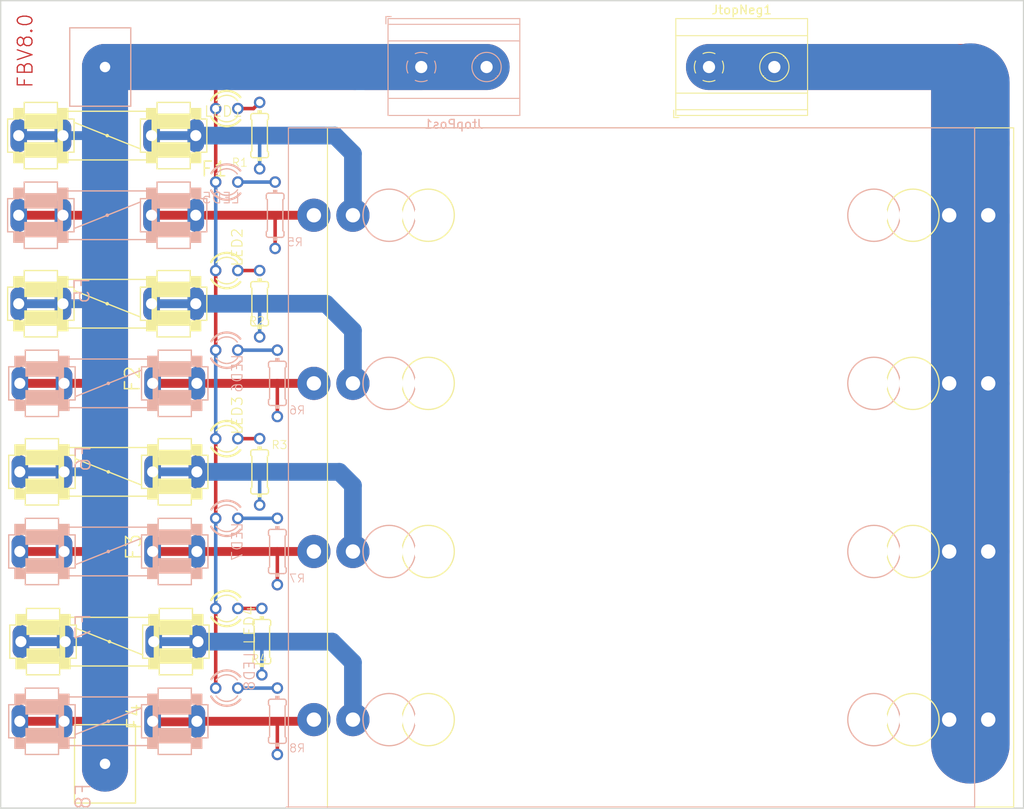
<source format=kicad_pcb>
(kicad_pcb (version 20171130) (host pcbnew "(5.1.6)-1")

  (general
    (thickness 1.6)
    (drawings 5)
    (tracks 95)
    (zones 0)
    (modules 30)
    (nets 19)
  )

  (page A4)
  (layers
    (0 Top signal)
    (31 Bottom signal)
    (32 B.Adhes user)
    (33 F.Adhes user)
    (34 B.Paste user)
    (35 F.Paste user)
    (36 B.SilkS user)
    (37 F.SilkS user)
    (38 B.Mask user)
    (39 F.Mask user)
    (40 Dwgs.User user)
    (41 Cmts.User user)
    (42 Eco1.User user)
    (43 Eco2.User user)
    (44 Edge.Cuts user)
    (45 Margin user)
    (46 B.CrtYd user)
    (47 F.CrtYd user)
    (48 B.Fab user)
    (49 F.Fab user)
  )

  (setup
    (last_trace_width 0.4064)
    (user_trace_width 0.4064)
    (user_trace_width 1.016)
    (user_trace_width 2.032)
    (user_trace_width 5.2832)
    (trace_clearance 0.1524)
    (zone_clearance 0.508)
    (zone_45_only no)
    (trace_min 0.4064)
    (via_size 0.8)
    (via_drill 0.4)
    (via_min_size 0.4)
    (via_min_drill 0.3)
    (uvia_size 0.3)
    (uvia_drill 0.1)
    (uvias_allowed no)
    (uvia_min_size 0.2)
    (uvia_min_drill 0.1)
    (edge_width 0.15)
    (segment_width 0.2)
    (pcb_text_width 0.3)
    (pcb_text_size 1.5 1.5)
    (mod_edge_width 0.15)
    (mod_text_size 1 1)
    (mod_text_width 0.15)
    (pad_size 2.224 2.224)
    (pad_drill 1.2)
    (pad_to_mask_clearance 0.2)
    (aux_axis_origin 0 0)
    (visible_elements 7FFFFFFF)
    (pcbplotparams
      (layerselection 0x010f0_ffffffff)
      (usegerberextensions false)
      (usegerberattributes false)
      (usegerberadvancedattributes false)
      (creategerberjobfile false)
      (excludeedgelayer false)
      (linewidth 0.100000)
      (plotframeref false)
      (viasonmask false)
      (mode 1)
      (useauxorigin true)
      (hpglpennumber 1)
      (hpglpenspeed 20)
      (hpglpendiameter 15.000000)
      (psnegative false)
      (psa4output false)
      (plotreference true)
      (plotvalue true)
      (plotinvisibletext false)
      (padsonsilk true)
      (subtractmaskfromsilk false)
      (outputformat 1)
      (mirror false)
      (drillshape 0)
      (scaleselection 1)
      (outputdirectory "gerber/"))
  )

  (net 0 "")
  (net 1 "Net-(LED1-PadK)")
  (net 2 "Net-(F1-Pad1A)")
  (net 3 "Net-(LED2-PadK)")
  (net 4 "Net-(F2-Pad1A)")
  (net 5 "Net-(F3-Pad1A)")
  (net 6 "Net-(LED3-PadK)")
  (net 7 "Net-(LED4-PadK)")
  (net 8 "Net-(F4-Pad1A)")
  (net 9 "Net-(F1-Pad2A)")
  (net 10 "Net-(F5-Pad2A)")
  (net 11 "Net-(F6-Pad2A)")
  (net 12 "Net-(F7-Pad2A)")
  (net 13 "Net-(F8-Pad2A)")
  (net 14 "Net-(LED5-PadK)")
  (net 15 "Net-(LED6-PadK)")
  (net 16 "Net-(LED7-PadK)")
  (net 17 "Net-(LED8-PadK)")
  (net 18 "Net-(JtopNeg1-Pad1)")

  (net_class Default "This is the default net class."
    (clearance 0.1524)
    (trace_width 0.4064)
    (via_dia 0.8)
    (via_drill 0.4)
    (uvia_dia 0.3)
    (uvia_drill 0.1)
    (diff_pair_width 0.4064)
    (diff_pair_gap 0.4064)
    (add_net "Net-(JtopNeg1-Pad1)")
    (add_net "Net-(LED1-PadK)")
    (add_net "Net-(LED2-PadK)")
    (add_net "Net-(LED3-PadK)")
    (add_net "Net-(LED4-PadK)")
    (add_net "Net-(LED5-PadK)")
    (add_net "Net-(LED6-PadK)")
    (add_net "Net-(LED7-PadK)")
    (add_net "Net-(LED8-PadK)")
  )

  (net_class 32mil ""
    (clearance 0.1524)
    (trace_width 0.8128)
    (via_dia 0.8)
    (via_drill 0.4)
    (uvia_dia 0.3)
    (uvia_drill 0.1)
    (diff_pair_width 0.4064)
    (diff_pair_gap 0.4064)
  )

  (net_class 40mil ""
    (clearance 0.1524)
    (trace_width 1.016)
    (via_dia 0.8)
    (via_drill 0.4)
    (uvia_dia 0.3)
    (uvia_drill 0.1)
    (diff_pair_width 0.4064)
    (diff_pair_gap 0.4064)
    (add_net "Net-(F1-Pad1A)")
    (add_net "Net-(F2-Pad1A)")
    (add_net "Net-(F3-Pad1A)")
    (add_net "Net-(F4-Pad1A)")
    (add_net "Net-(F5-Pad2A)")
    (add_net "Net-(F6-Pad2A)")
    (add_net "Net-(F7-Pad2A)")
    (add_net "Net-(F8-Pad2A)")
  )

  (net_class 80mil ""
    (clearance 0.1524)
    (trace_width 2.032)
    (via_dia 0.8)
    (via_drill 0.4)
    (uvia_dia 0.3)
    (uvia_drill 0.1)
    (diff_pair_width 0.4064)
    (diff_pair_gap 0.4064)
  )

  (net_class busbar ""
    (clearance 0.1524)
    (trace_width 5.2832)
    (via_dia 0.8)
    (via_drill 0.4)
    (uvia_dia 0.3)
    (uvia_drill 0.1)
    (diff_pair_width 0.4064)
    (diff_pair_gap 0.4064)
    (add_net "Net-(F1-Pad2A)")
  )

  (module fuseboardv4:E1A14S (layer Bottom) (tedit 5EE4DEF1) (tstamp 5ED27EEC)
    (at 160.02 108.204)
    (path /5EC871C6)
    (fp_text reference U$2 (at 0 0) (layer B.SilkS) hide
      (effects (font (size 1.27 1.27) (thickness 0.15)) (justify mirror))
    )
    (fp_text value E1A1BATTERYHOLDERVERSION1 (at 0 0) (layer B.SilkS) hide
      (effects (font (size 1.27 1.27) (thickness 0.15)) (justify mirror))
    )
    (fp_line (start -39.37 38.989) (end -39.37 -38.989) (layer B.SilkS) (width 0.127))
    (fp_line (start -39.37 -38.989) (end 39.37 -38.989) (layer B.SilkS) (width 0.127))
    (fp_line (start -39.624 38.989) (end -39.37 38.989) (layer B.SilkS) (width 0.127))
    (fp_line (start 39.37 38.989) (end 39.37 -38.989) (layer B.SilkS) (width 0.127))
    (fp_line (start -39.37 38.989) (end 39.37 38.989) (layer B.SilkS) (width 0.127))
    (fp_circle (center -27.813 28.956) (end -24.813 28.956) (layer B.SilkS) (width 0.15))
    (fp_circle (center -27.813 9.652) (end -24.813 9.652) (layer B.SilkS) (width 0.15))
    (fp_circle (center -27.813 -9.652) (end -24.813 -9.652) (layer B.SilkS) (width 0.15))
    (fp_circle (center -27.813 -28.956) (end -24.813 -28.956) (layer B.SilkS) (width 0.15))
    (fp_circle (center 27.813 9.652) (end 30.813 9.652) (layer B.SilkS) (width 0.15))
    (fp_circle (center 27.813 -9.652) (end 30.813 -9.652) (layer B.SilkS) (width 0.15))
    (fp_circle (center 27.813 28.956) (end 30.813 28.956) (layer B.SilkS) (width 0.15))
    (fp_circle (center 27.813 -28.956) (end 30.813 -28.956) (layer B.SilkS) (width 0.15))
    (pad "" np_thru_hole circle (at 27.813 -28.956) (size 3.2004 3.2004) (drill 3.2004) (layers *.Cu))
    (pad "" np_thru_hole circle (at 27.813 -9.652) (size 3.2004 3.2004) (drill 3.2004) (layers *.Cu))
    (pad "" np_thru_hole circle (at 27.813 9.652) (size 3.2004 3.2004) (drill 3.2004) (layers *.Cu))
    (pad "" np_thru_hole circle (at 27.813 28.956) (size 3.2004 3.2004) (drill 3.2004) (layers *.Cu))
    (pad "" np_thru_hole circle (at -27.813 28.956) (size 3.2004 3.2004) (drill 3.2004) (layers *.Cu))
    (pad "" np_thru_hole circle (at -27.813 9.652) (size 3.2004 3.2004) (drill 3.2004) (layers *.Cu))
    (pad "" np_thru_hole circle (at -27.813 -9.652) (size 3.2004 3.2004) (drill 3.2004) (layers *.Cu))
    (pad "" np_thru_hole circle (at -27.813 -28.956) (size 3.2004 3.2004) (drill 3.2004) (layers *.Cu))
    (pad P$8 thru_hole circle (at 36.449 -28.956) (size 3.81 3.81) (drill 1.651) (layers *.Cu *.Mask)
      (net 18 "Net-(JtopNeg1-Pad1)") (solder_mask_margin 0.1016))
    (pad P$7 thru_hole circle (at 36.449 28.956 270) (size 3.81 3.81) (drill 1.651) (layers *.Cu *.Mask)
      (net 18 "Net-(JtopNeg1-Pad1)") (solder_mask_margin 0.1016))
    (pad P$6 thru_hole circle (at 36.449 9.652) (size 3.81 3.81) (drill 1.651) (layers *.Cu *.Mask)
      (net 18 "Net-(JtopNeg1-Pad1)") (solder_mask_margin 0.1016))
    (pad P$5 thru_hole circle (at 36.449 -9.652) (size 3.81 3.81) (drill 1.651) (layers *.Cu *.Mask)
      (net 18 "Net-(JtopNeg1-Pad1)") (solder_mask_margin 0.1016))
    (pad P$1 thru_hole circle (at -36.449 28.956 270) (size 3.81 3.81) (drill 1.651) (layers *.Cu *.Mask)
      (net 13 "Net-(F8-Pad2A)") (solder_mask_margin 0.1016))
    (pad P$2 thru_hole circle (at -36.449 9.652 270) (size 3.81 3.81) (drill 1.651) (layers *.Cu *.Mask)
      (net 12 "Net-(F7-Pad2A)") (solder_mask_margin 0.1016))
    (pad P$3 thru_hole circle (at -36.449 -9.652) (size 3.81 3.81) (drill 1.651) (layers *.Cu *.Mask)
      (net 11 "Net-(F6-Pad2A)") (solder_mask_margin 0.1016))
    (pad P$4 thru_hole circle (at -36.449 -28.956) (size 3.81 3.81) (drill 1.651) (layers *.Cu *.Mask)
      (net 10 "Net-(F5-Pad2A)") (solder_mask_margin 0.1016))
  )

  (module fuseboardv4:E1A14S (layer Top) (tedit 5EE4DEF1) (tstamp 5ED26B63)
    (at 164.5 108.204)
    (path /89E33A62)
    (fp_text reference U$1 (at 0 0) (layer F.SilkS) hide
      (effects (font (size 1.27 1.27) (thickness 0.15)))
    )
    (fp_text value E1A1BATTERYHOLDERVERSION1 (at 0 0) (layer F.SilkS) hide
      (effects (font (size 1.27 1.27) (thickness 0.15)))
    )
    (fp_line (start -39.37 -38.989) (end -39.37 38.989) (layer F.SilkS) (width 0.127))
    (fp_line (start -39.37 38.989) (end 39.37 38.989) (layer F.SilkS) (width 0.127))
    (fp_line (start -39.624 -38.989) (end -39.37 -38.989) (layer F.SilkS) (width 0.127))
    (fp_line (start 39.37 -38.989) (end 39.37 38.989) (layer F.SilkS) (width 0.127))
    (fp_line (start -39.37 -38.989) (end 39.37 -38.989) (layer F.SilkS) (width 0.127))
    (fp_circle (center -27.813 -28.956) (end -24.813 -28.956) (layer F.SilkS) (width 0.15))
    (fp_circle (center -27.813 -9.652) (end -24.813 -9.652) (layer F.SilkS) (width 0.15))
    (fp_circle (center -27.813 9.652) (end -24.813 9.652) (layer F.SilkS) (width 0.15))
    (fp_circle (center -27.813 28.956) (end -24.813 28.956) (layer F.SilkS) (width 0.15))
    (fp_circle (center 27.813 -9.652) (end 30.813 -9.652) (layer F.SilkS) (width 0.15))
    (fp_circle (center 27.813 9.652) (end 30.813 9.652) (layer F.SilkS) (width 0.15))
    (fp_circle (center 27.813 -28.956) (end 30.813 -28.956) (layer F.SilkS) (width 0.15))
    (fp_circle (center 27.813 28.956) (end 30.813 28.956) (layer F.SilkS) (width 0.15))
    (pad "" np_thru_hole circle (at 27.813 28.956) (size 3.2004 3.2004) (drill 3.2004) (layers *.Cu))
    (pad "" np_thru_hole circle (at 27.813 9.652) (size 3.2004 3.2004) (drill 3.2004) (layers *.Cu))
    (pad "" np_thru_hole circle (at 27.813 -9.652) (size 3.2004 3.2004) (drill 3.2004) (layers *.Cu))
    (pad "" np_thru_hole circle (at 27.813 -28.956) (size 3.2004 3.2004) (drill 3.2004) (layers *.Cu))
    (pad "" np_thru_hole circle (at -27.813 -28.956) (size 3.2004 3.2004) (drill 3.2004) (layers *.Cu))
    (pad "" np_thru_hole circle (at -27.813 -9.652) (size 3.2004 3.2004) (drill 3.2004) (layers *.Cu))
    (pad "" np_thru_hole circle (at -27.813 9.652) (size 3.2004 3.2004) (drill 3.2004) (layers *.Cu))
    (pad "" np_thru_hole circle (at -27.813 28.956) (size 3.2004 3.2004) (drill 3.2004) (layers *.Cu))
    (pad P$8 thru_hole circle (at 36.449 28.956) (size 3.81 3.81) (drill 1.651) (layers *.Cu *.Mask)
      (net 18 "Net-(JtopNeg1-Pad1)") (solder_mask_margin 0.1016))
    (pad P$7 thru_hole circle (at 36.449 -28.956 90) (size 3.81 3.81) (drill 1.651) (layers *.Cu *.Mask)
      (net 18 "Net-(JtopNeg1-Pad1)") (solder_mask_margin 0.1016))
    (pad P$6 thru_hole circle (at 36.449 -9.652) (size 3.81 3.81) (drill 1.651) (layers *.Cu *.Mask)
      (net 18 "Net-(JtopNeg1-Pad1)") (solder_mask_margin 0.1016))
    (pad P$5 thru_hole circle (at 36.449 9.652) (size 3.81 3.81) (drill 1.651) (layers *.Cu *.Mask)
      (net 18 "Net-(JtopNeg1-Pad1)") (solder_mask_margin 0.1016))
    (pad P$1 thru_hole circle (at -36.449 -28.956 90) (size 3.81 3.81) (drill 1.651) (layers *.Cu *.Mask)
      (net 2 "Net-(F1-Pad1A)") (solder_mask_margin 0.1016))
    (pad P$2 thru_hole circle (at -36.449 -9.652 90) (size 3.81 3.81) (drill 1.651) (layers *.Cu *.Mask)
      (net 4 "Net-(F2-Pad1A)") (solder_mask_margin 0.1016))
    (pad P$3 thru_hole circle (at -36.449 9.652) (size 3.81 3.81) (drill 1.651) (layers *.Cu *.Mask)
      (net 5 "Net-(F3-Pad1A)") (solder_mask_margin 0.1016))
    (pad P$4 thru_hole circle (at -36.449 28.956) (size 3.81 3.81) (drill 1.651) (layers *.Cu *.Mask)
      (net 8 "Net-(F4-Pad1A)") (solder_mask_margin 0.1016))
  )

  (module "fuseboardv4:LSK 271" (layer Bottom) (tedit 5ECFE064) (tstamp 5ECFFA91)
    (at 99.06 62.23)
    (path /5ED0D06C)
    (fp_text reference JtoptPos2 (at 0 -2.54) (layer B.SilkS) hide
      (effects (font (size 1 1) (thickness 0.15)) (justify mirror))
    )
    (fp_text value Screw_Terminal_01x01 (at 0 2.54) (layer B.Fab)
      (effects (font (size 1 1) (thickness 0.15)) (justify mirror))
    )
    (fp_line (start -3.5 -4.5) (end -3.5 4.5) (layer B.SilkS) (width 0.15))
    (fp_line (start 3.5 -4.5) (end -3.5 -4.5) (layer B.SilkS) (width 0.15))
    (fp_line (start 3.5 4.5) (end 3.5 -4.5) (layer B.SilkS) (width 0.15))
    (fp_line (start -3.5 4.5) (end 3.5 4.5) (layer B.SilkS) (width 0.15))
    (pad 1 thru_hole circle (at 0.5461 0) (size 2.224 2.224) (drill 1.2) (layers *.Cu *.Mask)
      (net 9 "Net-(F1-Pad2A)"))
  )

  (module Connector_Metz:TerminalBlock_MetzConnect_Type175_RT02702HBLC_Pitch7.50mm (layer Top) (tedit 59E50D15) (tstamp 5ECFE8E1)
    (at 168.91 62.23)
    (descr "terminal block Metz Connect Type175_RT02702HBLC, 2 pins, pitch 7.5mm, size 15.0x11mm^2, drill diamater 1.4mm, pad diameter 2.6mm, see http://www.metz-connect.com/de/system/files/productfiles/Datenblatt_311751_RT027xxHBLC_OFF-022814U.pdf")
    (tags "THT terminal block Metz Connect Type175_RT02702HBLC pitch 7.5mm size 15.0x11mm^2 drill 1.4mm pad 2.6mm")
    (path /5ED0255D)
    (fp_text reference JtopNeg1 (at 3.75 -6.56) (layer F.SilkS)
      (effects (font (size 1 1) (thickness 0.15)))
    )
    (fp_text value Screw_Terminal_01x02 (at 3.75 6.56) (layer F.Fab)
      (effects (font (size 1 1) (thickness 0.15)))
    )
    (fp_line (start 11.75 -6) (end -4.25 -6) (layer F.CrtYd) (width 0.05))
    (fp_line (start 11.75 6) (end 11.75 -6) (layer F.CrtYd) (width 0.05))
    (fp_line (start -4.25 6) (end 11.75 6) (layer F.CrtYd) (width 0.05))
    (fp_line (start -4.25 -6) (end -4.25 6) (layer F.CrtYd) (width 0.05))
    (fp_line (start -4.05 5.8) (end -3.45 5.8) (layer F.SilkS) (width 0.12))
    (fp_line (start -4.05 4.96) (end -4.05 5.8) (layer F.SilkS) (width 0.12))
    (fp_line (start 6.273 1.023) (end 6.226 1.069) (layer F.SilkS) (width 0.12))
    (fp_line (start 8.57 -1.275) (end 8.535 -1.239) (layer F.SilkS) (width 0.12))
    (fp_line (start 6.466 1.239) (end 6.431 1.274) (layer F.SilkS) (width 0.12))
    (fp_line (start 8.775 -1.069) (end 8.728 -1.023) (layer F.SilkS) (width 0.12))
    (fp_line (start 8.455 -1.138) (end 6.363 0.955) (layer F.Fab) (width 0.1))
    (fp_line (start 8.638 -0.955) (end 6.546 1.138) (layer F.Fab) (width 0.1))
    (fp_line (start 0.955 -1.138) (end -1.138 0.955) (layer F.Fab) (width 0.1))
    (fp_line (start 1.138 -0.955) (end -0.955 1.138) (layer F.Fab) (width 0.1))
    (fp_line (start 11.31 -5.56) (end -3.81 -5.56) (layer F.SilkS) (width 0.12))
    (fp_line (start 11.31 5.56) (end 11.31 -5.56) (layer F.SilkS) (width 0.12))
    (fp_line (start -3.81 5.56) (end 11.31 5.56) (layer F.SilkS) (width 0.12))
    (fp_line (start -3.81 -5.56) (end -3.81 5.56) (layer F.SilkS) (width 0.12))
    (fp_line (start -3.81 -3.6) (end 11.31 -3.6) (layer F.SilkS) (width 0.12))
    (fp_line (start -3.75 -3.6) (end 11.25 -3.6) (layer F.Fab) (width 0.1))
    (fp_line (start -3.81 3) (end 11.31 3) (layer F.SilkS) (width 0.12))
    (fp_line (start -3.75 3) (end 11.25 3) (layer F.Fab) (width 0.1))
    (fp_line (start -3.81 4.9) (end 11.31 4.9) (layer F.SilkS) (width 0.12))
    (fp_line (start -3.75 4.9) (end 11.25 4.9) (layer F.Fab) (width 0.1))
    (fp_line (start -3.75 4.9) (end -3.75 -5.5) (layer F.Fab) (width 0.1))
    (fp_line (start -3.15 5.5) (end -3.75 4.9) (layer F.Fab) (width 0.1))
    (fp_line (start 11.25 5.5) (end -3.15 5.5) (layer F.Fab) (width 0.1))
    (fp_line (start 11.25 -5.5) (end 11.25 5.5) (layer F.Fab) (width 0.1))
    (fp_line (start -3.75 -5.5) (end 11.25 -5.5) (layer F.Fab) (width 0.1))
    (fp_circle (center 7.5 0) (end 9.18 0) (layer F.SilkS) (width 0.12))
    (fp_circle (center 7.5 0) (end 9 0) (layer F.Fab) (width 0.1))
    (fp_circle (center 0 0) (end 1.5 0) (layer F.Fab) (width 0.1))
    (fp_text user %R (at 3.75 4) (layer F.Fab)
      (effects (font (size 1 1) (thickness 0.15)))
    )
    (fp_arc (start 0 0) (end -0.684 1.535) (angle -25) (layer F.SilkS) (width 0.12))
    (fp_arc (start 0 0) (end -1.535 -0.684) (angle -48) (layer F.SilkS) (width 0.12))
    (fp_arc (start 0 0) (end 0.684 -1.535) (angle -48) (layer F.SilkS) (width 0.12))
    (fp_arc (start 0 0) (end 1.535 0.684) (angle -48) (layer F.SilkS) (width 0.12))
    (fp_arc (start 0 0) (end 0 1.68) (angle -24) (layer F.SilkS) (width 0.12))
    (pad 2 thru_hole circle (at 7.5 0) (size 2.6 2.6) (drill 1.4) (layers *.Cu *.Mask)
      (net 18 "Net-(JtopNeg1-Pad1)"))
    (pad 1 thru_hole rect (at 0 0) (size 2.6 2.6) (drill 1.4) (layers *.Cu *.Mask)
      (net 18 "Net-(JtopNeg1-Pad1)"))
    (model ${KISYS3DMOD}/TerminalBlock_MetzConnect.3dshapes/TerminalBlock_MetzConnect_Type175_RT02702HBLC_Pitch7.50mm.wrl
      (at (xyz 0 0 0))
      (scale (xyz 1 1 1))
      (rotate (xyz 0 0 0))
    )
  )

  (module "fuseboardv4:LSK 271" (layer Top) (tedit 5EC6908B) (tstamp 5ECB9760)
    (at 99.6061 142.24)
    (path /5ECED036)
    (fp_text reference JbotPos1 (at 0 2.54) (layer F.SilkS) hide
      (effects (font (size 1 1) (thickness 0.15)))
    )
    (fp_text value Screw_Terminal_01x01 (at 0 -2.54) (layer F.Fab)
      (effects (font (size 1 1) (thickness 0.15)))
    )
    (fp_line (start -3.5 4.5) (end -3.5 -4.5) (layer F.SilkS) (width 0.15))
    (fp_line (start 3.5 4.5) (end -3.5 4.5) (layer F.SilkS) (width 0.15))
    (fp_line (start 3.5 -4.5) (end 3.5 4.5) (layer F.SilkS) (width 0.15))
    (fp_line (start -3.5 -4.5) (end 3.5 -4.5) (layer F.SilkS) (width 0.15))
    (pad 1 thru_hole circle (at 0 0) (size 2.224 2.224) (drill 1.2) (layers *.Cu *.Mask)
      (net 9 "Net-(F1-Pad2A)"))
  )

  (module Connector_Metz:TerminalBlock_MetzConnect_Type175_RT02702HBLC_Pitch7.50mm (layer Bottom) (tedit 59E50D15) (tstamp 5ECB7366)
    (at 135.89 62.23)
    (descr "terminal block Metz Connect Type175_RT02702HBLC, 2 pins, pitch 7.5mm, size 15.0x11mm^2, drill diamater 1.4mm, pad diameter 2.6mm, see http://www.metz-connect.com/de/system/files/productfiles/Datenblatt_311751_RT027xxHBLC_OFF-022814U.pdf")
    (tags "THT terminal block Metz Connect Type175_RT02702HBLC pitch 7.5mm size 15.0x11mm^2 drill 1.4mm pad 2.6mm")
    (path /5ECB7739)
    (fp_text reference JtopPos1 (at 3.75 6.56) (layer B.SilkS)
      (effects (font (size 1 1) (thickness 0.15)) (justify mirror))
    )
    (fp_text value Screw_Terminal_01x02 (at 3.75 -6.56) (layer B.Fab)
      (effects (font (size 1 1) (thickness 0.15)) (justify mirror))
    )
    (fp_line (start 11.75 6) (end -4.25 6) (layer B.CrtYd) (width 0.05))
    (fp_line (start 11.75 -6) (end 11.75 6) (layer B.CrtYd) (width 0.05))
    (fp_line (start -4.25 -6) (end 11.75 -6) (layer B.CrtYd) (width 0.05))
    (fp_line (start -4.25 6) (end -4.25 -6) (layer B.CrtYd) (width 0.05))
    (fp_line (start -4.05 -5.8) (end -3.45 -5.8) (layer B.SilkS) (width 0.12))
    (fp_line (start -4.05 -4.96) (end -4.05 -5.8) (layer B.SilkS) (width 0.12))
    (fp_line (start 6.273 -1.023) (end 6.226 -1.069) (layer B.SilkS) (width 0.12))
    (fp_line (start 8.57 1.275) (end 8.535 1.239) (layer B.SilkS) (width 0.12))
    (fp_line (start 6.466 -1.239) (end 6.431 -1.274) (layer B.SilkS) (width 0.12))
    (fp_line (start 8.775 1.069) (end 8.728 1.023) (layer B.SilkS) (width 0.12))
    (fp_line (start 8.455 1.138) (end 6.363 -0.955) (layer B.Fab) (width 0.1))
    (fp_line (start 8.638 0.955) (end 6.546 -1.138) (layer B.Fab) (width 0.1))
    (fp_line (start 0.955 1.138) (end -1.138 -0.955) (layer B.Fab) (width 0.1))
    (fp_line (start 1.138 0.955) (end -0.955 -1.138) (layer B.Fab) (width 0.1))
    (fp_line (start 11.31 5.56) (end -3.81 5.56) (layer B.SilkS) (width 0.12))
    (fp_line (start 11.31 -5.56) (end 11.31 5.56) (layer B.SilkS) (width 0.12))
    (fp_line (start -3.81 -5.56) (end 11.31 -5.56) (layer B.SilkS) (width 0.12))
    (fp_line (start -3.81 5.56) (end -3.81 -5.56) (layer B.SilkS) (width 0.12))
    (fp_line (start -3.81 3.6) (end 11.31 3.6) (layer B.SilkS) (width 0.12))
    (fp_line (start -3.75 3.6) (end 11.25 3.6) (layer B.Fab) (width 0.1))
    (fp_line (start -3.81 -3) (end 11.31 -3) (layer B.SilkS) (width 0.12))
    (fp_line (start -3.75 -3) (end 11.25 -3) (layer B.Fab) (width 0.1))
    (fp_line (start -3.81 -4.9) (end 11.31 -4.9) (layer B.SilkS) (width 0.12))
    (fp_line (start -3.75 -4.9) (end 11.25 -4.9) (layer B.Fab) (width 0.1))
    (fp_line (start -3.75 -4.9) (end -3.75 5.5) (layer B.Fab) (width 0.1))
    (fp_line (start -3.15 -5.5) (end -3.75 -4.9) (layer B.Fab) (width 0.1))
    (fp_line (start 11.25 -5.5) (end -3.15 -5.5) (layer B.Fab) (width 0.1))
    (fp_line (start 11.25 5.5) (end 11.25 -5.5) (layer B.Fab) (width 0.1))
    (fp_line (start -3.75 5.5) (end 11.25 5.5) (layer B.Fab) (width 0.1))
    (fp_circle (center 7.5 0) (end 9.18 0) (layer B.SilkS) (width 0.12))
    (fp_circle (center 7.5 0) (end 9 0) (layer B.Fab) (width 0.1))
    (fp_circle (center 0 0) (end 1.5 0) (layer B.Fab) (width 0.1))
    (fp_text user %R (at 3.75 -4) (layer B.Fab)
      (effects (font (size 1 1) (thickness 0.15)) (justify mirror))
    )
    (fp_arc (start 0 0) (end -0.684 -1.535) (angle 25) (layer B.SilkS) (width 0.12))
    (fp_arc (start 0 0) (end -1.535 0.684) (angle 48) (layer B.SilkS) (width 0.12))
    (fp_arc (start 0 0) (end 0.684 1.535) (angle 48) (layer B.SilkS) (width 0.12))
    (fp_arc (start 0 0) (end 1.535 -0.684) (angle 48) (layer B.SilkS) (width 0.12))
    (fp_arc (start 0 0) (end 0 -1.68) (angle 24) (layer B.SilkS) (width 0.12))
    (pad 2 thru_hole circle (at 7.5 0) (size 2.6 2.6) (drill 1.4) (layers *.Cu *.Mask)
      (net 9 "Net-(F1-Pad2A)"))
    (pad 1 thru_hole rect (at 0 0) (size 2.6 2.6) (drill 1.4) (layers *.Cu *.Mask)
      (net 9 "Net-(F1-Pad2A)"))
    (model ${KISYS3DMOD}/TerminalBlock_MetzConnect.3dshapes/TerminalBlock_MetzConnect_Type175_RT02702HBLC_Pitch7.50mm.wrl
      (at (xyz 0 0 0))
      (scale (xyz 1 1 1))
      (rotate (xyz 0 0 0))
    )
  )

  (module fuseboardv4:FUSE1 (layer Top) (tedit 0) (tstamp 5EC553D7)
    (at 99.8601 70.104 180)
    (descr "<B>FUSE</B><p>\n5 x 20 mm")
    (path /BAEBDDEB)
    (fp_text reference F1 (at -10.6299 -4.826) (layer F.SilkS)
      (effects (font (size 1.6891 1.6891) (thickness 0.16891)) (justify left bottom))
    )
    (fp_text value FUSE2P (at -1.905 -4.445) (layer F.Fab)
      (effects (font (size 1.6891 1.6891) (thickness 0.16891)) (justify right top))
    )
    (fp_line (start -10.16 -1.905) (end -11.43 -1.905) (layer F.SilkS) (width 0.1524))
    (fp_line (start -11.43 1.905) (end -11.43 -1.905) (layer F.SilkS) (width 0.1524))
    (fp_line (start -11.43 1.905) (end -10.16 1.905) (layer F.SilkS) (width 0.1524))
    (fp_line (start -9.525 -2.54) (end -9.525 -3.81) (layer F.SilkS) (width 0.1524))
    (fp_line (start -9.525 -3.81) (end -5.715 -3.81) (layer F.SilkS) (width 0.1524))
    (fp_line (start -5.715 -2.54) (end -5.715 -3.81) (layer F.SilkS) (width 0.1524))
    (fp_line (start -9.525 2.54) (end -9.525 3.81) (layer F.SilkS) (width 0.1524))
    (fp_line (start -5.715 3.81) (end -9.525 3.81) (layer F.SilkS) (width 0.1524))
    (fp_line (start -5.715 3.81) (end -5.715 2.54) (layer F.SilkS) (width 0.1524))
    (fp_line (start -5.08 -1.905) (end -3.81 -1.905) (layer F.SilkS) (width 0.1524))
    (fp_line (start -3.81 -1.905) (end -3.81 -1.524) (layer F.SilkS) (width 0.1524))
    (fp_line (start -3.81 1.905) (end -5.08 1.905) (layer F.SilkS) (width 0.1524))
    (fp_line (start 5.08 -1.905) (end 3.81 -1.905) (layer F.SilkS) (width 0.1524))
    (fp_line (start 3.81 1.905) (end 3.81 1.524) (layer F.SilkS) (width 0.1524))
    (fp_line (start 3.81 1.905) (end 5.08 1.905) (layer F.SilkS) (width 0.1524))
    (fp_line (start 5.715 -2.54) (end 5.715 -3.81) (layer F.SilkS) (width 0.1524))
    (fp_line (start 5.715 -3.81) (end 9.525 -3.81) (layer F.SilkS) (width 0.1524))
    (fp_line (start 9.525 -2.54) (end 9.525 -3.81) (layer F.SilkS) (width 0.1524))
    (fp_line (start 5.715 2.54) (end 5.715 3.81) (layer F.SilkS) (width 0.1524))
    (fp_line (start 9.525 3.81) (end 5.715 3.81) (layer F.SilkS) (width 0.1524))
    (fp_line (start 9.525 3.81) (end 9.525 2.54) (layer F.SilkS) (width 0.1524))
    (fp_line (start 10.16 -1.905) (end 11.43 -1.905) (layer F.SilkS) (width 0.1524))
    (fp_line (start 11.43 -1.905) (end 11.43 1.905) (layer F.SilkS) (width 0.1524))
    (fp_line (start 11.43 1.905) (end 10.16 1.905) (layer F.SilkS) (width 0.1524))
    (fp_line (start -4.445 -2.794) (end 4.445 -2.794) (layer F.SilkS) (width 0.1524))
    (fp_line (start -4.445 2.794) (end 4.445 2.794) (layer F.SilkS) (width 0.1524))
    (fp_line (start -3.81 -1.524) (end 3.81 1.524) (layer F.SilkS) (width 0.1524))
    (fp_line (start -3.81 -1.524) (end -3.81 1.905) (layer F.SilkS) (width 0.1524))
    (fp_line (start 3.81 1.524) (end 3.81 -1.905) (layer F.SilkS) (width 0.1524))
    (fp_circle (center 0 0) (end 0.127 0) (layer F.SilkS) (width 0.1524))
    (fp_poly (pts (xy -10.795 -1.905) (xy -9.525 -1.905) (xy -9.525 -3.175) (xy -10.795 -3.175)) (layer F.SilkS) (width 0))
    (fp_poly (pts (xy -10.795 3.175) (xy -9.525 3.175) (xy -9.525 1.905) (xy -10.795 1.905)) (layer F.SilkS) (width 0))
    (fp_poly (pts (xy -10.16 2.54) (xy -9.525 2.54) (xy -9.525 -2.54) (xy -10.16 -2.54)) (layer F.Fab) (width 0))
    (fp_poly (pts (xy -5.715 -1.905) (xy -4.445 -1.905) (xy -4.445 -3.175) (xy -5.715 -3.175)) (layer F.SilkS) (width 0))
    (fp_poly (pts (xy -5.715 3.175) (xy -4.445 3.175) (xy -4.445 1.905) (xy -5.715 1.905)) (layer F.SilkS) (width 0))
    (fp_poly (pts (xy -5.715 2.54) (xy -5.08 2.54) (xy -5.08 -2.54) (xy -5.715 -2.54)) (layer F.SilkS) (width 0))
    (fp_poly (pts (xy -9.525 -0.762) (xy -5.715 -0.762) (xy -5.715 -2.54) (xy -9.525 -2.54)) (layer F.SilkS) (width 0))
    (fp_poly (pts (xy -9.525 2.54) (xy -5.715 2.54) (xy -5.715 0.762) (xy -9.525 0.762)) (layer F.SilkS) (width 0))
    (fp_poly (pts (xy 4.445 -1.905) (xy 5.715 -1.905) (xy 5.715 -3.175) (xy 4.445 -3.175)) (layer F.SilkS) (width 0))
    (fp_poly (pts (xy 4.445 3.175) (xy 5.715 3.175) (xy 5.715 1.905) (xy 4.445 1.905)) (layer F.SilkS) (width 0))
    (fp_poly (pts (xy 5.08 2.54) (xy 5.715 2.54) (xy 5.715 -2.54) (xy 5.08 -2.54)) (layer F.SilkS) (width 0))
    (fp_poly (pts (xy 9.525 -1.905) (xy 10.795 -1.905) (xy 10.795 -3.175) (xy 9.525 -3.175)) (layer F.SilkS) (width 0))
    (fp_poly (pts (xy 9.525 3.175) (xy 10.795 3.175) (xy 10.795 1.905) (xy 9.525 1.905)) (layer F.SilkS) (width 0))
    (fp_poly (pts (xy 9.525 2.54) (xy 10.16 2.54) (xy 10.16 -2.54) (xy 9.525 -2.54)) (layer F.Fab) (width 0))
    (fp_poly (pts (xy 5.715 -0.762) (xy 9.525 -0.762) (xy 9.525 -2.54) (xy 5.715 -2.54)) (layer F.SilkS) (width 0))
    (fp_poly (pts (xy 5.715 2.54) (xy 9.525 2.54) (xy 9.525 0.762) (xy 5.715 0.762)) (layer F.SilkS) (width 0))
    (pad 2B thru_hole oval (at 5.08 0 270) (size 3.81 1.905) (drill 1.27) (layers *.Cu *.Mask)
      (net 9 "Net-(F1-Pad2A)") (solder_mask_margin 0.1016))
    (pad 1B thru_hole oval (at -5.08 0 270) (size 3.81 1.905) (drill 1.27) (layers *.Cu *.Mask)
      (net 2 "Net-(F1-Pad1A)") (solder_mask_margin 0.1016))
    (pad 2A thru_hole oval (at 10.16 0 270) (size 3.81 1.905) (drill 1.27) (layers *.Cu *.Mask)
      (net 9 "Net-(F1-Pad2A)") (solder_mask_margin 0.1016))
    (pad 1A thru_hole oval (at -10.16 0 270) (size 3.81 1.905) (drill 1.27) (layers *.Cu *.Mask)
      (net 2 "Net-(F1-Pad1A)") (solder_mask_margin 0.1016))
  )

  (module fuseboardv4:FUSE1 (layer Top) (tedit 0) (tstamp 5EC5540C)
    (at 99.8601 89.408 180)
    (descr "<B>FUSE</B><p>\n5 x 20 mm")
    (path /3EAE4237)
    (fp_text reference F2 (at -1.905 -6.985 90) (layer F.SilkS)
      (effects (font (size 1.6891 1.6891) (thickness 0.16891)) (justify right top))
    )
    (fp_text value FUSE2P (at -1.905 -4.445) (layer F.Fab)
      (effects (font (size 1.6891 1.6891) (thickness 0.16891)) (justify right top))
    )
    (fp_line (start -10.16 -1.905) (end -11.43 -1.905) (layer F.SilkS) (width 0.1524))
    (fp_line (start -11.43 1.905) (end -11.43 -1.905) (layer F.SilkS) (width 0.1524))
    (fp_line (start -11.43 1.905) (end -10.16 1.905) (layer F.SilkS) (width 0.1524))
    (fp_line (start -9.525 -2.54) (end -9.525 -3.81) (layer F.SilkS) (width 0.1524))
    (fp_line (start -9.525 -3.81) (end -5.715 -3.81) (layer F.SilkS) (width 0.1524))
    (fp_line (start -5.715 -2.54) (end -5.715 -3.81) (layer F.SilkS) (width 0.1524))
    (fp_line (start -9.525 2.54) (end -9.525 3.81) (layer F.SilkS) (width 0.1524))
    (fp_line (start -5.715 3.81) (end -9.525 3.81) (layer F.SilkS) (width 0.1524))
    (fp_line (start -5.715 3.81) (end -5.715 2.54) (layer F.SilkS) (width 0.1524))
    (fp_line (start -5.08 -1.905) (end -3.81 -1.905) (layer F.SilkS) (width 0.1524))
    (fp_line (start -3.81 -1.905) (end -3.81 -1.524) (layer F.SilkS) (width 0.1524))
    (fp_line (start -3.81 1.905) (end -5.08 1.905) (layer F.SilkS) (width 0.1524))
    (fp_line (start 5.08 -1.905) (end 3.81 -1.905) (layer F.SilkS) (width 0.1524))
    (fp_line (start 3.81 1.905) (end 3.81 1.524) (layer F.SilkS) (width 0.1524))
    (fp_line (start 3.81 1.905) (end 5.08 1.905) (layer F.SilkS) (width 0.1524))
    (fp_line (start 5.715 -2.54) (end 5.715 -3.81) (layer F.SilkS) (width 0.1524))
    (fp_line (start 5.715 -3.81) (end 9.525 -3.81) (layer F.SilkS) (width 0.1524))
    (fp_line (start 9.525 -2.54) (end 9.525 -3.81) (layer F.SilkS) (width 0.1524))
    (fp_line (start 5.715 2.54) (end 5.715 3.81) (layer F.SilkS) (width 0.1524))
    (fp_line (start 9.525 3.81) (end 5.715 3.81) (layer F.SilkS) (width 0.1524))
    (fp_line (start 9.525 3.81) (end 9.525 2.54) (layer F.SilkS) (width 0.1524))
    (fp_line (start 10.16 -1.905) (end 11.43 -1.905) (layer F.SilkS) (width 0.1524))
    (fp_line (start 11.43 -1.905) (end 11.43 1.905) (layer F.SilkS) (width 0.1524))
    (fp_line (start 11.43 1.905) (end 10.16 1.905) (layer F.SilkS) (width 0.1524))
    (fp_line (start -4.445 -2.794) (end 4.445 -2.794) (layer F.SilkS) (width 0.1524))
    (fp_line (start -4.445 2.794) (end 4.445 2.794) (layer F.SilkS) (width 0.1524))
    (fp_line (start -3.81 -1.524) (end 3.81 1.524) (layer F.SilkS) (width 0.1524))
    (fp_line (start -3.81 -1.524) (end -3.81 1.905) (layer F.SilkS) (width 0.1524))
    (fp_line (start 3.81 1.524) (end 3.81 -1.905) (layer F.SilkS) (width 0.1524))
    (fp_circle (center 0 0) (end 0.127 0) (layer F.SilkS) (width 0.1524))
    (fp_poly (pts (xy -10.795 -1.905) (xy -9.525 -1.905) (xy -9.525 -3.175) (xy -10.795 -3.175)) (layer F.SilkS) (width 0))
    (fp_poly (pts (xy -10.795 3.175) (xy -9.525 3.175) (xy -9.525 1.905) (xy -10.795 1.905)) (layer F.SilkS) (width 0))
    (fp_poly (pts (xy -10.16 2.54) (xy -9.525 2.54) (xy -9.525 -2.54) (xy -10.16 -2.54)) (layer F.Fab) (width 0))
    (fp_poly (pts (xy -5.715 -1.905) (xy -4.445 -1.905) (xy -4.445 -3.175) (xy -5.715 -3.175)) (layer F.SilkS) (width 0))
    (fp_poly (pts (xy -5.715 3.175) (xy -4.445 3.175) (xy -4.445 1.905) (xy -5.715 1.905)) (layer F.SilkS) (width 0))
    (fp_poly (pts (xy -5.715 2.54) (xy -5.08 2.54) (xy -5.08 -2.54) (xy -5.715 -2.54)) (layer F.SilkS) (width 0))
    (fp_poly (pts (xy -9.525 -0.762) (xy -5.715 -0.762) (xy -5.715 -2.54) (xy -9.525 -2.54)) (layer F.SilkS) (width 0))
    (fp_poly (pts (xy -9.525 2.54) (xy -5.715 2.54) (xy -5.715 0.762) (xy -9.525 0.762)) (layer F.SilkS) (width 0))
    (fp_poly (pts (xy 4.445 -1.905) (xy 5.715 -1.905) (xy 5.715 -3.175) (xy 4.445 -3.175)) (layer F.SilkS) (width 0))
    (fp_poly (pts (xy 4.445 3.175) (xy 5.715 3.175) (xy 5.715 1.905) (xy 4.445 1.905)) (layer F.SilkS) (width 0))
    (fp_poly (pts (xy 5.08 2.54) (xy 5.715 2.54) (xy 5.715 -2.54) (xy 5.08 -2.54)) (layer F.SilkS) (width 0))
    (fp_poly (pts (xy 9.525 -1.905) (xy 10.795 -1.905) (xy 10.795 -3.175) (xy 9.525 -3.175)) (layer F.SilkS) (width 0))
    (fp_poly (pts (xy 9.525 3.175) (xy 10.795 3.175) (xy 10.795 1.905) (xy 9.525 1.905)) (layer F.SilkS) (width 0))
    (fp_poly (pts (xy 9.525 2.54) (xy 10.16 2.54) (xy 10.16 -2.54) (xy 9.525 -2.54)) (layer F.Fab) (width 0))
    (fp_poly (pts (xy 5.715 -0.762) (xy 9.525 -0.762) (xy 9.525 -2.54) (xy 5.715 -2.54)) (layer F.SilkS) (width 0))
    (fp_poly (pts (xy 5.715 2.54) (xy 9.525 2.54) (xy 9.525 0.762) (xy 5.715 0.762)) (layer F.SilkS) (width 0))
    (pad 2B thru_hole oval (at 5.08 0 270) (size 3.81 1.905) (drill 1.27) (layers *.Cu *.Mask)
      (net 9 "Net-(F1-Pad2A)") (solder_mask_margin 0.1016))
    (pad 1B thru_hole oval (at -5.08 0 270) (size 3.81 1.905) (drill 1.27) (layers *.Cu *.Mask)
      (net 4 "Net-(F2-Pad1A)") (solder_mask_margin 0.1016))
    (pad 2A thru_hole oval (at 10.16 0 270) (size 3.81 1.905) (drill 1.27) (layers *.Cu *.Mask)
      (net 9 "Net-(F1-Pad2A)") (solder_mask_margin 0.1016))
    (pad 1A thru_hole oval (at -10.16 0 270) (size 3.81 1.905) (drill 1.27) (layers *.Cu *.Mask)
      (net 4 "Net-(F2-Pad1A)") (solder_mask_margin 0.1016))
  )

  (module fuseboardv4:FUSE1 (layer Top) (tedit 0) (tstamp 5EC55441)
    (at 99.9871 108.712 180)
    (descr "<B>FUSE</B><p>\n5 x 20 mm")
    (path /CCBFD8CD)
    (fp_text reference F3 (at -1.905 -6.985 90) (layer F.SilkS)
      (effects (font (size 1.6891 1.6891) (thickness 0.16891)) (justify right top))
    )
    (fp_text value FUSE2P (at -1.905 -4.445) (layer F.Fab)
      (effects (font (size 1.6891 1.6891) (thickness 0.16891)) (justify right top))
    )
    (fp_line (start -10.16 -1.905) (end -11.43 -1.905) (layer F.SilkS) (width 0.1524))
    (fp_line (start -11.43 1.905) (end -11.43 -1.905) (layer F.SilkS) (width 0.1524))
    (fp_line (start -11.43 1.905) (end -10.16 1.905) (layer F.SilkS) (width 0.1524))
    (fp_line (start -9.525 -2.54) (end -9.525 -3.81) (layer F.SilkS) (width 0.1524))
    (fp_line (start -9.525 -3.81) (end -5.715 -3.81) (layer F.SilkS) (width 0.1524))
    (fp_line (start -5.715 -2.54) (end -5.715 -3.81) (layer F.SilkS) (width 0.1524))
    (fp_line (start -9.525 2.54) (end -9.525 3.81) (layer F.SilkS) (width 0.1524))
    (fp_line (start -5.715 3.81) (end -9.525 3.81) (layer F.SilkS) (width 0.1524))
    (fp_line (start -5.715 3.81) (end -5.715 2.54) (layer F.SilkS) (width 0.1524))
    (fp_line (start -5.08 -1.905) (end -3.81 -1.905) (layer F.SilkS) (width 0.1524))
    (fp_line (start -3.81 -1.905) (end -3.81 -1.524) (layer F.SilkS) (width 0.1524))
    (fp_line (start -3.81 1.905) (end -5.08 1.905) (layer F.SilkS) (width 0.1524))
    (fp_line (start 5.08 -1.905) (end 3.81 -1.905) (layer F.SilkS) (width 0.1524))
    (fp_line (start 3.81 1.905) (end 3.81 1.524) (layer F.SilkS) (width 0.1524))
    (fp_line (start 3.81 1.905) (end 5.08 1.905) (layer F.SilkS) (width 0.1524))
    (fp_line (start 5.715 -2.54) (end 5.715 -3.81) (layer F.SilkS) (width 0.1524))
    (fp_line (start 5.715 -3.81) (end 9.525 -3.81) (layer F.SilkS) (width 0.1524))
    (fp_line (start 9.525 -2.54) (end 9.525 -3.81) (layer F.SilkS) (width 0.1524))
    (fp_line (start 5.715 2.54) (end 5.715 3.81) (layer F.SilkS) (width 0.1524))
    (fp_line (start 9.525 3.81) (end 5.715 3.81) (layer F.SilkS) (width 0.1524))
    (fp_line (start 9.525 3.81) (end 9.525 2.54) (layer F.SilkS) (width 0.1524))
    (fp_line (start 10.16 -1.905) (end 11.43 -1.905) (layer F.SilkS) (width 0.1524))
    (fp_line (start 11.43 -1.905) (end 11.43 1.905) (layer F.SilkS) (width 0.1524))
    (fp_line (start 11.43 1.905) (end 10.16 1.905) (layer F.SilkS) (width 0.1524))
    (fp_line (start -4.445 -2.794) (end 4.445 -2.794) (layer F.SilkS) (width 0.1524))
    (fp_line (start -4.445 2.794) (end 4.445 2.794) (layer F.SilkS) (width 0.1524))
    (fp_line (start -3.81 -1.524) (end 3.81 1.524) (layer F.SilkS) (width 0.1524))
    (fp_line (start -3.81 -1.524) (end -3.81 1.905) (layer F.SilkS) (width 0.1524))
    (fp_line (start 3.81 1.524) (end 3.81 -1.905) (layer F.SilkS) (width 0.1524))
    (fp_circle (center 0 0) (end 0.127 0) (layer F.SilkS) (width 0.1524))
    (fp_poly (pts (xy -10.795 -1.905) (xy -9.525 -1.905) (xy -9.525 -3.175) (xy -10.795 -3.175)) (layer F.SilkS) (width 0))
    (fp_poly (pts (xy -10.795 3.175) (xy -9.525 3.175) (xy -9.525 1.905) (xy -10.795 1.905)) (layer F.SilkS) (width 0))
    (fp_poly (pts (xy -10.16 2.54) (xy -9.525 2.54) (xy -9.525 -2.54) (xy -10.16 -2.54)) (layer F.Fab) (width 0))
    (fp_poly (pts (xy -5.715 -1.905) (xy -4.445 -1.905) (xy -4.445 -3.175) (xy -5.715 -3.175)) (layer F.SilkS) (width 0))
    (fp_poly (pts (xy -5.715 3.175) (xy -4.445 3.175) (xy -4.445 1.905) (xy -5.715 1.905)) (layer F.SilkS) (width 0))
    (fp_poly (pts (xy -5.715 2.54) (xy -5.08 2.54) (xy -5.08 -2.54) (xy -5.715 -2.54)) (layer F.SilkS) (width 0))
    (fp_poly (pts (xy -9.525 -0.762) (xy -5.715 -0.762) (xy -5.715 -2.54) (xy -9.525 -2.54)) (layer F.SilkS) (width 0))
    (fp_poly (pts (xy -9.525 2.54) (xy -5.715 2.54) (xy -5.715 0.762) (xy -9.525 0.762)) (layer F.SilkS) (width 0))
    (fp_poly (pts (xy 4.445 -1.905) (xy 5.715 -1.905) (xy 5.715 -3.175) (xy 4.445 -3.175)) (layer F.SilkS) (width 0))
    (fp_poly (pts (xy 4.445 3.175) (xy 5.715 3.175) (xy 5.715 1.905) (xy 4.445 1.905)) (layer F.SilkS) (width 0))
    (fp_poly (pts (xy 5.08 2.54) (xy 5.715 2.54) (xy 5.715 -2.54) (xy 5.08 -2.54)) (layer F.SilkS) (width 0))
    (fp_poly (pts (xy 9.525 -1.905) (xy 10.795 -1.905) (xy 10.795 -3.175) (xy 9.525 -3.175)) (layer F.SilkS) (width 0))
    (fp_poly (pts (xy 9.525 3.175) (xy 10.795 3.175) (xy 10.795 1.905) (xy 9.525 1.905)) (layer F.SilkS) (width 0))
    (fp_poly (pts (xy 9.525 2.54) (xy 10.16 2.54) (xy 10.16 -2.54) (xy 9.525 -2.54)) (layer F.Fab) (width 0))
    (fp_poly (pts (xy 5.715 -0.762) (xy 9.525 -0.762) (xy 9.525 -2.54) (xy 5.715 -2.54)) (layer F.SilkS) (width 0))
    (fp_poly (pts (xy 5.715 2.54) (xy 9.525 2.54) (xy 9.525 0.762) (xy 5.715 0.762)) (layer F.SilkS) (width 0))
    (pad 2B thru_hole oval (at 5.08 0 270) (size 3.81 1.905) (drill 1.27) (layers *.Cu *.Mask)
      (net 9 "Net-(F1-Pad2A)") (solder_mask_margin 0.1016))
    (pad 1B thru_hole oval (at -5.08 0 270) (size 3.81 1.905) (drill 1.27) (layers *.Cu *.Mask)
      (net 5 "Net-(F3-Pad1A)") (solder_mask_margin 0.1016))
    (pad 2A thru_hole oval (at 10.16 0 270) (size 3.81 1.905) (drill 1.27) (layers *.Cu *.Mask)
      (net 9 "Net-(F1-Pad2A)") (solder_mask_margin 0.1016))
    (pad 1A thru_hole oval (at -10.16 0 270) (size 3.81 1.905) (drill 1.27) (layers *.Cu *.Mask)
      (net 5 "Net-(F3-Pad1A)") (solder_mask_margin 0.1016))
  )

  (module fuseboardv4:FUSE1 (layer Top) (tedit 0) (tstamp 5EC55476)
    (at 100.1141 128.2065 180)
    (descr "<B>FUSE</B><p>\n5 x 20 mm")
    (path /6B92208D)
    (fp_text reference F4 (at -1.905 -6.985 90) (layer F.SilkS)
      (effects (font (size 1.6891 1.6891) (thickness 0.16891)) (justify right top))
    )
    (fp_text value FUSE2P (at -1.905 -4.445) (layer F.Fab)
      (effects (font (size 1.6891 1.6891) (thickness 0.16891)) (justify right top))
    )
    (fp_line (start -10.16 -1.905) (end -11.43 -1.905) (layer F.SilkS) (width 0.1524))
    (fp_line (start -11.43 1.905) (end -11.43 -1.905) (layer F.SilkS) (width 0.1524))
    (fp_line (start -11.43 1.905) (end -10.16 1.905) (layer F.SilkS) (width 0.1524))
    (fp_line (start -9.525 -2.54) (end -9.525 -3.81) (layer F.SilkS) (width 0.1524))
    (fp_line (start -9.525 -3.81) (end -5.715 -3.81) (layer F.SilkS) (width 0.1524))
    (fp_line (start -5.715 -2.54) (end -5.715 -3.81) (layer F.SilkS) (width 0.1524))
    (fp_line (start -9.525 2.54) (end -9.525 3.81) (layer F.SilkS) (width 0.1524))
    (fp_line (start -5.715 3.81) (end -9.525 3.81) (layer F.SilkS) (width 0.1524))
    (fp_line (start -5.715 3.81) (end -5.715 2.54) (layer F.SilkS) (width 0.1524))
    (fp_line (start -5.08 -1.905) (end -3.81 -1.905) (layer F.SilkS) (width 0.1524))
    (fp_line (start -3.81 -1.905) (end -3.81 -1.524) (layer F.SilkS) (width 0.1524))
    (fp_line (start -3.81 1.905) (end -5.08 1.905) (layer F.SilkS) (width 0.1524))
    (fp_line (start 5.08 -1.905) (end 3.81 -1.905) (layer F.SilkS) (width 0.1524))
    (fp_line (start 3.81 1.905) (end 3.81 1.524) (layer F.SilkS) (width 0.1524))
    (fp_line (start 3.81 1.905) (end 5.08 1.905) (layer F.SilkS) (width 0.1524))
    (fp_line (start 5.715 -2.54) (end 5.715 -3.81) (layer F.SilkS) (width 0.1524))
    (fp_line (start 5.715 -3.81) (end 9.525 -3.81) (layer F.SilkS) (width 0.1524))
    (fp_line (start 9.525 -2.54) (end 9.525 -3.81) (layer F.SilkS) (width 0.1524))
    (fp_line (start 5.715 2.54) (end 5.715 3.81) (layer F.SilkS) (width 0.1524))
    (fp_line (start 9.525 3.81) (end 5.715 3.81) (layer F.SilkS) (width 0.1524))
    (fp_line (start 9.525 3.81) (end 9.525 2.54) (layer F.SilkS) (width 0.1524))
    (fp_line (start 10.16 -1.905) (end 11.43 -1.905) (layer F.SilkS) (width 0.1524))
    (fp_line (start 11.43 -1.905) (end 11.43 1.905) (layer F.SilkS) (width 0.1524))
    (fp_line (start 11.43 1.905) (end 10.16 1.905) (layer F.SilkS) (width 0.1524))
    (fp_line (start -4.445 -2.794) (end 4.445 -2.794) (layer F.SilkS) (width 0.1524))
    (fp_line (start -4.445 2.794) (end 4.445 2.794) (layer F.SilkS) (width 0.1524))
    (fp_line (start -3.81 -1.524) (end 3.81 1.524) (layer F.SilkS) (width 0.1524))
    (fp_line (start -3.81 -1.524) (end -3.81 1.905) (layer F.SilkS) (width 0.1524))
    (fp_line (start 3.81 1.524) (end 3.81 -1.905) (layer F.SilkS) (width 0.1524))
    (fp_circle (center 0 0) (end 0.127 0) (layer F.SilkS) (width 0.1524))
    (fp_poly (pts (xy -10.795 -1.905) (xy -9.525 -1.905) (xy -9.525 -3.175) (xy -10.795 -3.175)) (layer F.SilkS) (width 0))
    (fp_poly (pts (xy -10.795 3.175) (xy -9.525 3.175) (xy -9.525 1.905) (xy -10.795 1.905)) (layer F.SilkS) (width 0))
    (fp_poly (pts (xy -10.16 2.54) (xy -9.525 2.54) (xy -9.525 -2.54) (xy -10.16 -2.54)) (layer F.Fab) (width 0))
    (fp_poly (pts (xy -5.715 -1.905) (xy -4.445 -1.905) (xy -4.445 -3.175) (xy -5.715 -3.175)) (layer F.SilkS) (width 0))
    (fp_poly (pts (xy -5.715 3.175) (xy -4.445 3.175) (xy -4.445 1.905) (xy -5.715 1.905)) (layer F.SilkS) (width 0))
    (fp_poly (pts (xy -5.715 2.54) (xy -5.08 2.54) (xy -5.08 -2.54) (xy -5.715 -2.54)) (layer F.SilkS) (width 0))
    (fp_poly (pts (xy -9.525 -0.762) (xy -5.715 -0.762) (xy -5.715 -2.54) (xy -9.525 -2.54)) (layer F.SilkS) (width 0))
    (fp_poly (pts (xy -9.525 2.54) (xy -5.715 2.54) (xy -5.715 0.762) (xy -9.525 0.762)) (layer F.SilkS) (width 0))
    (fp_poly (pts (xy 4.445 -1.905) (xy 5.715 -1.905) (xy 5.715 -3.175) (xy 4.445 -3.175)) (layer F.SilkS) (width 0))
    (fp_poly (pts (xy 4.445 3.175) (xy 5.715 3.175) (xy 5.715 1.905) (xy 4.445 1.905)) (layer F.SilkS) (width 0))
    (fp_poly (pts (xy 5.08 2.54) (xy 5.715 2.54) (xy 5.715 -2.54) (xy 5.08 -2.54)) (layer F.SilkS) (width 0))
    (fp_poly (pts (xy 9.525 -1.905) (xy 10.795 -1.905) (xy 10.795 -3.175) (xy 9.525 -3.175)) (layer F.SilkS) (width 0))
    (fp_poly (pts (xy 9.525 3.175) (xy 10.795 3.175) (xy 10.795 1.905) (xy 9.525 1.905)) (layer F.SilkS) (width 0))
    (fp_poly (pts (xy 9.525 2.54) (xy 10.16 2.54) (xy 10.16 -2.54) (xy 9.525 -2.54)) (layer F.Fab) (width 0))
    (fp_poly (pts (xy 5.715 -0.762) (xy 9.525 -0.762) (xy 9.525 -2.54) (xy 5.715 -2.54)) (layer F.SilkS) (width 0))
    (fp_poly (pts (xy 5.715 2.54) (xy 9.525 2.54) (xy 9.525 0.762) (xy 5.715 0.762)) (layer F.SilkS) (width 0))
    (pad 2B thru_hole oval (at 5.08 0 270) (size 3.81 1.905) (drill 1.27) (layers *.Cu *.Mask)
      (net 9 "Net-(F1-Pad2A)") (solder_mask_margin 0.1016))
    (pad 1B thru_hole oval (at -5.08 0 270) (size 3.81 1.905) (drill 1.27) (layers *.Cu *.Mask)
      (net 8 "Net-(F4-Pad1A)") (solder_mask_margin 0.1016))
    (pad 2A thru_hole oval (at 10.16 0 270) (size 3.81 1.905) (drill 1.27) (layers *.Cu *.Mask)
      (net 9 "Net-(F1-Pad2A)") (solder_mask_margin 0.1016))
    (pad 1A thru_hole oval (at -10.16 0 270) (size 3.81 1.905) (drill 1.27) (layers *.Cu *.Mask)
      (net 8 "Net-(F4-Pad1A)") (solder_mask_margin 0.1016))
  )

  (module fuseboardv4:LED3MM (layer Top) (tedit 0) (tstamp 5EC554AB)
    (at 113.5761 67)
    (descr "<B>LED</B><p>\n3 mm, round")
    (path /7DC8C285)
    (fp_text reference LED1 (at 1.905 -0.381) (layer F.SilkS)
      (effects (font (size 1.2065 1.2065) (thickness 0.12065)) (justify right top))
    )
    (fp_text value LED3MM (at 1.905 1.651) (layer F.Fab)
      (effects (font (size 1.2065 1.2065) (thickness 0.12065)) (justify left bottom))
    )
    (fp_line (start 1.5748 1.27) (end 1.5748 -1.27) (layer F.Fab) (width 0.254))
    (fp_arc (start 0 0.000083) (end -2.032 0) (angle -31.60822) (layer F.Fab) (width 0.254))
    (fp_arc (start 0 0.000002) (end -2.032 0) (angle 28.301701) (layer F.Fab) (width 0.254))
    (fp_arc (start -0.000056 0) (end -1.7643 1.0082) (angle -60.255215) (layer F.SilkS) (width 0.254))
    (fp_arc (start 0.000037 0) (end 0 2.032) (angle -49.763022) (layer F.SilkS) (width 0.254))
    (fp_arc (start 0.00006 0) (end -1.7929 -0.9562) (angle 61.926949) (layer F.SilkS) (width 0.254))
    (fp_arc (start 0.000012 0) (end 0 -2.032) (angle 50.193108) (layer F.SilkS) (width 0.254))
    (fp_arc (start 0 0) (end 0 1.016) (angle -90) (layer F.Fab) (width 0.1524))
    (fp_arc (start 0 0) (end 0 0.635) (angle -90) (layer F.Fab) (width 0.1524))
    (fp_arc (start 0 0) (end -1.016 0) (angle 90) (layer F.Fab) (width 0.1524))
    (fp_arc (start 0 0) (end -0.635 0) (angle 90) (layer F.Fab) (width 0.1524))
    (fp_arc (start 0.000008 0) (end -1.203 0.9356) (angle -52.126876) (layer F.SilkS) (width 0.1524))
    (fp_arc (start -0.000008 0) (end 0 1.524) (angle -52.126876) (layer F.SilkS) (width 0.1524))
    (fp_arc (start 0 0) (end -1.2192 -0.9144) (angle 53.130102) (layer F.SilkS) (width 0.1524))
    (fp_arc (start -0.000034 0) (end 0 -1.524) (angle 54.461337) (layer F.SilkS) (width 0.1524))
    (fp_arc (start 0 -0.000004) (end 1.1708 0.9756) (angle -39.80361) (layer F.Fab) (width 0.1524))
    (fp_arc (start 0 0.000014) (end 1.1571 -0.9918) (angle 40.601165) (layer F.Fab) (width 0.1524))
    (fp_arc (start 0 0.000063) (end -1.524 0) (angle -41.633208) (layer F.Fab) (width 0.1524))
    (fp_arc (start 0 0.000004) (end -1.524 0) (angle 39.80361) (layer F.Fab) (width 0.1524))
    (pad K thru_hole circle (at 1.27 0) (size 1.3208 1.3208) (drill 0.8128) (layers *.Cu *.Mask)
      (net 1 "Net-(LED1-PadK)") (solder_mask_margin 0.1016))
    (pad A thru_hole circle (at -1.27 0) (size 1.3208 1.3208) (drill 0.8128) (layers *.Cu *.Mask)
      (net 9 "Net-(F1-Pad2A)") (solder_mask_margin 0.1016))
  )

  (module fuseboardv4:LED3MM (layer Top) (tedit 0) (tstamp 5EC554C3)
    (at 113.5761 85.598)
    (descr "<B>LED</B><p>\n3 mm, round")
    (path /221661FE)
    (fp_text reference LED2 (at 1.905 -0.381 90) (layer F.SilkS)
      (effects (font (size 1.2065 1.2065) (thickness 0.12065)) (justify left bottom))
    )
    (fp_text value LED3MM (at 1.905 1.651) (layer F.Fab)
      (effects (font (size 1.2065 1.2065) (thickness 0.12065)) (justify left bottom))
    )
    (fp_line (start 1.5748 1.27) (end 1.5748 -1.27) (layer F.Fab) (width 0.254))
    (fp_arc (start 0 0.000083) (end -2.032 0) (angle -31.60822) (layer F.Fab) (width 0.254))
    (fp_arc (start 0 0.000002) (end -2.032 0) (angle 28.301701) (layer F.Fab) (width 0.254))
    (fp_arc (start -0.000056 0) (end -1.7643 1.0082) (angle -60.255215) (layer F.SilkS) (width 0.254))
    (fp_arc (start 0.000037 0) (end 0 2.032) (angle -49.763022) (layer F.SilkS) (width 0.254))
    (fp_arc (start 0.00006 0) (end -1.7929 -0.9562) (angle 61.926949) (layer F.SilkS) (width 0.254))
    (fp_arc (start 0.000012 0) (end 0 -2.032) (angle 50.193108) (layer F.SilkS) (width 0.254))
    (fp_arc (start 0 0) (end 0 1.016) (angle -90) (layer F.Fab) (width 0.1524))
    (fp_arc (start 0 0) (end 0 0.635) (angle -90) (layer F.Fab) (width 0.1524))
    (fp_arc (start 0 0) (end -1.016 0) (angle 90) (layer F.Fab) (width 0.1524))
    (fp_arc (start 0 0) (end -0.635 0) (angle 90) (layer F.Fab) (width 0.1524))
    (fp_arc (start 0.000008 0) (end -1.203 0.9356) (angle -52.126876) (layer F.SilkS) (width 0.1524))
    (fp_arc (start -0.000008 0) (end 0 1.524) (angle -52.126876) (layer F.SilkS) (width 0.1524))
    (fp_arc (start 0 0) (end -1.2192 -0.9144) (angle 53.130102) (layer F.SilkS) (width 0.1524))
    (fp_arc (start -0.000034 0) (end 0 -1.524) (angle 54.461337) (layer F.SilkS) (width 0.1524))
    (fp_arc (start 0 -0.000004) (end 1.1708 0.9756) (angle -39.80361) (layer F.Fab) (width 0.1524))
    (fp_arc (start 0 0.000014) (end 1.1571 -0.9918) (angle 40.601165) (layer F.Fab) (width 0.1524))
    (fp_arc (start 0 0.000063) (end -1.524 0) (angle -41.633208) (layer F.Fab) (width 0.1524))
    (fp_arc (start 0 0.000004) (end -1.524 0) (angle 39.80361) (layer F.Fab) (width 0.1524))
    (pad K thru_hole circle (at 1.27 0) (size 1.3208 1.3208) (drill 0.8128) (layers *.Cu *.Mask)
      (net 3 "Net-(LED2-PadK)") (solder_mask_margin 0.1016))
    (pad A thru_hole circle (at -1.27 0) (size 1.3208 1.3208) (drill 0.8128) (layers *.Cu *.Mask)
      (net 9 "Net-(F1-Pad2A)") (solder_mask_margin 0.1016))
  )

  (module fuseboardv4:LED3MM (layer Top) (tedit 0) (tstamp 5EC554DB)
    (at 113.5761 104.902)
    (descr "<B>LED</B><p>\n3 mm, round")
    (path /E9052FDA)
    (fp_text reference LED3 (at 1.905 -0.381 90) (layer F.SilkS)
      (effects (font (size 1.2065 1.2065) (thickness 0.12065)) (justify left bottom))
    )
    (fp_text value LED3MM (at 1.905 1.651) (layer F.Fab)
      (effects (font (size 1.2065 1.2065) (thickness 0.12065)) (justify left bottom))
    )
    (fp_line (start 1.5748 1.27) (end 1.5748 -1.27) (layer F.Fab) (width 0.254))
    (fp_arc (start 0 0.000083) (end -2.032 0) (angle -31.60822) (layer F.Fab) (width 0.254))
    (fp_arc (start 0 0.000002) (end -2.032 0) (angle 28.301701) (layer F.Fab) (width 0.254))
    (fp_arc (start -0.000056 0) (end -1.7643 1.0082) (angle -60.255215) (layer F.SilkS) (width 0.254))
    (fp_arc (start 0.000037 0) (end 0 2.032) (angle -49.763022) (layer F.SilkS) (width 0.254))
    (fp_arc (start 0.00006 0) (end -1.7929 -0.9562) (angle 61.926949) (layer F.SilkS) (width 0.254))
    (fp_arc (start 0.000012 0) (end 0 -2.032) (angle 50.193108) (layer F.SilkS) (width 0.254))
    (fp_arc (start 0 0) (end 0 1.016) (angle -90) (layer F.Fab) (width 0.1524))
    (fp_arc (start 0 0) (end 0 0.635) (angle -90) (layer F.Fab) (width 0.1524))
    (fp_arc (start 0 0) (end -1.016 0) (angle 90) (layer F.Fab) (width 0.1524))
    (fp_arc (start 0 0) (end -0.635 0) (angle 90) (layer F.Fab) (width 0.1524))
    (fp_arc (start 0.000008 0) (end -1.203 0.9356) (angle -52.126876) (layer F.SilkS) (width 0.1524))
    (fp_arc (start -0.000008 0) (end 0 1.524) (angle -52.126876) (layer F.SilkS) (width 0.1524))
    (fp_arc (start 0 0) (end -1.2192 -0.9144) (angle 53.130102) (layer F.SilkS) (width 0.1524))
    (fp_arc (start -0.000034 0) (end 0 -1.524) (angle 54.461337) (layer F.SilkS) (width 0.1524))
    (fp_arc (start 0 -0.000004) (end 1.1708 0.9756) (angle -39.80361) (layer F.Fab) (width 0.1524))
    (fp_arc (start 0 0.000014) (end 1.1571 -0.9918) (angle 40.601165) (layer F.Fab) (width 0.1524))
    (fp_arc (start 0 0.000063) (end -1.524 0) (angle -41.633208) (layer F.Fab) (width 0.1524))
    (fp_arc (start 0 0.000004) (end -1.524 0) (angle 39.80361) (layer F.Fab) (width 0.1524))
    (pad K thru_hole circle (at 1.27 0) (size 1.3208 1.3208) (drill 0.8128) (layers *.Cu *.Mask)
      (net 6 "Net-(LED3-PadK)") (solder_mask_margin 0.1016))
    (pad A thru_hole circle (at -1.27 0) (size 1.3208 1.3208) (drill 0.8128) (layers *.Cu *.Mask)
      (net 9 "Net-(F1-Pad2A)") (solder_mask_margin 0.1016))
  )

  (module fuseboardv4:LED3MM (layer Top) (tedit 0) (tstamp 5EC554F3)
    (at 113.5761 124.3965)
    (descr "<B>LED</B><p>\n3 mm, round")
    (path /9949CB52)
    (fp_text reference LED4 (at 1.905 -0.381 -90) (layer F.SilkS)
      (effects (font (size 1.2065 1.2065) (thickness 0.12065)) (justify right top))
    )
    (fp_text value LED3MM (at 1.905 1.651 -180) (layer F.Fab)
      (effects (font (size 1.2065 1.2065) (thickness 0.12065)) (justify right top))
    )
    (fp_line (start 1.5748 1.27) (end 1.5748 -1.27) (layer F.Fab) (width 0.254))
    (fp_arc (start 0 0.000083) (end -2.032 0) (angle -31.60822) (layer F.Fab) (width 0.254))
    (fp_arc (start 0 0.000002) (end -2.032 0) (angle 28.301701) (layer F.Fab) (width 0.254))
    (fp_arc (start -0.000056 0) (end -1.7643 1.0082) (angle -60.255215) (layer F.SilkS) (width 0.254))
    (fp_arc (start 0.000037 0) (end 0 2.032) (angle -49.763022) (layer F.SilkS) (width 0.254))
    (fp_arc (start 0.00006 0) (end -1.7929 -0.9562) (angle 61.926949) (layer F.SilkS) (width 0.254))
    (fp_arc (start 0.000012 0) (end 0 -2.032) (angle 50.193108) (layer F.SilkS) (width 0.254))
    (fp_arc (start 0 0) (end 0 1.016) (angle -90) (layer F.Fab) (width 0.1524))
    (fp_arc (start 0 0) (end 0 0.635) (angle -90) (layer F.Fab) (width 0.1524))
    (fp_arc (start 0 0) (end -1.016 0) (angle 90) (layer F.Fab) (width 0.1524))
    (fp_arc (start 0 0) (end -0.635 0) (angle 90) (layer F.Fab) (width 0.1524))
    (fp_arc (start 0.000008 0) (end -1.203 0.9356) (angle -52.126876) (layer F.SilkS) (width 0.1524))
    (fp_arc (start -0.000008 0) (end 0 1.524) (angle -52.126876) (layer F.SilkS) (width 0.1524))
    (fp_arc (start 0 0) (end -1.2192 -0.9144) (angle 53.130102) (layer F.SilkS) (width 0.1524))
    (fp_arc (start -0.000034 0) (end 0 -1.524) (angle 54.461337) (layer F.SilkS) (width 0.1524))
    (fp_arc (start 0 -0.000004) (end 1.1708 0.9756) (angle -39.80361) (layer F.Fab) (width 0.1524))
    (fp_arc (start 0 0.000014) (end 1.1571 -0.9918) (angle 40.601165) (layer F.Fab) (width 0.1524))
    (fp_arc (start 0 0.000063) (end -1.524 0) (angle -41.633208) (layer F.Fab) (width 0.1524))
    (fp_arc (start 0 0.000004) (end -1.524 0) (angle 39.80361) (layer F.Fab) (width 0.1524))
    (pad K thru_hole circle (at 1.27 0) (size 1.3208 1.3208) (drill 0.8128) (layers *.Cu *.Mask)
      (net 7 "Net-(LED4-PadK)") (solder_mask_margin 0.1016))
    (pad A thru_hole circle (at -1.27 0) (size 1.3208 1.3208) (drill 0.8128) (layers *.Cu *.Mask)
      (net 9 "Net-(F1-Pad2A)") (solder_mask_margin 0.1016))
  )

  (module fuseboardv4:0204_7 (layer Top) (tedit 0) (tstamp 5EC5550B)
    (at 117.348 70.104 90)
    (descr "<b>RESISTOR</b><p>\ntype 0204, grid 7.5 mm")
    (path /54673866)
    (fp_text reference R1 (at -2.54 -1.2954) (layer F.SilkS)
      (effects (font (size 0.94107 0.94107) (thickness 0.094107)) (justify right top))
    )
    (fp_text value R-EU_0204_7 (at -1.6256 -3.048 180) (layer F.Fab)
      (effects (font (size 0.94107 0.94107) (thickness 0.094107)) (justify left bottom))
    )
    (fp_line (start 3.81 0) (end 2.921 0) (layer F.Fab) (width 0.508))
    (fp_line (start -3.81 0) (end -2.921 0) (layer F.Fab) (width 0.508))
    (fp_line (start -2.54 0.762) (end -2.54 -0.762) (layer F.SilkS) (width 0.1524))
    (fp_line (start -2.286 -1.016) (end -1.905 -1.016) (layer F.SilkS) (width 0.1524))
    (fp_line (start -1.778 -0.889) (end -1.905 -1.016) (layer F.SilkS) (width 0.1524))
    (fp_line (start -2.286 1.016) (end -1.905 1.016) (layer F.SilkS) (width 0.1524))
    (fp_line (start -1.778 0.889) (end -1.905 1.016) (layer F.SilkS) (width 0.1524))
    (fp_line (start 1.778 -0.889) (end 1.905 -1.016) (layer F.SilkS) (width 0.1524))
    (fp_line (start 1.778 -0.889) (end -1.778 -0.889) (layer F.SilkS) (width 0.1524))
    (fp_line (start 1.778 0.889) (end 1.905 1.016) (layer F.SilkS) (width 0.1524))
    (fp_line (start 1.778 0.889) (end -1.778 0.889) (layer F.SilkS) (width 0.1524))
    (fp_line (start 2.286 -1.016) (end 1.905 -1.016) (layer F.SilkS) (width 0.1524))
    (fp_line (start 2.286 1.016) (end 1.905 1.016) (layer F.SilkS) (width 0.1524))
    (fp_line (start 2.54 0.762) (end 2.54 -0.762) (layer F.SilkS) (width 0.1524))
    (fp_poly (pts (xy 2.54 0.254) (xy 2.921 0.254) (xy 2.921 -0.254) (xy 2.54 -0.254)) (layer F.SilkS) (width 0))
    (fp_poly (pts (xy -2.921 0.254) (xy -2.54 0.254) (xy -2.54 -0.254) (xy -2.921 -0.254)) (layer F.SilkS) (width 0))
    (fp_arc (start 2.286 -0.762) (end 2.286 -1.016) (angle 90) (layer F.SilkS) (width 0.1524))
    (fp_arc (start 2.286 0.762) (end 2.286 1.016) (angle -90) (layer F.SilkS) (width 0.1524))
    (fp_arc (start -2.286 0.762) (end -2.54 0.762) (angle -90) (layer F.SilkS) (width 0.1524))
    (fp_arc (start -2.286 -0.762) (end -2.54 -0.762) (angle 90) (layer F.SilkS) (width 0.1524))
    (pad 2 thru_hole circle (at 3.81 0 90) (size 1.3208 1.3208) (drill 0.8128) (layers *.Cu *.Mask)
      (net 1 "Net-(LED1-PadK)") (solder_mask_margin 0.1016))
    (pad 1 thru_hole circle (at -3.81 0 90) (size 1.3208 1.3208) (drill 0.8128) (layers *.Cu *.Mask)
      (net 2 "Net-(F1-Pad1A)") (solder_mask_margin 0.1016))
  )

  (module fuseboardv4:0204_7 (layer Top) (tedit 0) (tstamp 5EC55524)
    (at 117.348 89.408 90)
    (descr "<b>RESISTOR</b><p>\ntype 0204, grid 7.5 mm")
    (path /855FDFDB)
    (fp_text reference R2 (at -2.54 -1.2954) (layer F.SilkS)
      (effects (font (size 0.94107 0.94107) (thickness 0.094107)) (justify left bottom))
    )
    (fp_text value R-EU_0204_7 (at -1.6256 0.4826 90) (layer F.Fab)
      (effects (font (size 0.94107 0.94107) (thickness 0.094107)) (justify left bottom))
    )
    (fp_line (start 3.81 0) (end 2.921 0) (layer F.Fab) (width 0.508))
    (fp_line (start -3.81 0) (end -2.921 0) (layer F.Fab) (width 0.508))
    (fp_line (start -2.54 0.762) (end -2.54 -0.762) (layer F.SilkS) (width 0.1524))
    (fp_line (start -2.286 -1.016) (end -1.905 -1.016) (layer F.SilkS) (width 0.1524))
    (fp_line (start -1.778 -0.889) (end -1.905 -1.016) (layer F.SilkS) (width 0.1524))
    (fp_line (start -2.286 1.016) (end -1.905 1.016) (layer F.SilkS) (width 0.1524))
    (fp_line (start -1.778 0.889) (end -1.905 1.016) (layer F.SilkS) (width 0.1524))
    (fp_line (start 1.778 -0.889) (end 1.905 -1.016) (layer F.SilkS) (width 0.1524))
    (fp_line (start 1.778 -0.889) (end -1.778 -0.889) (layer F.SilkS) (width 0.1524))
    (fp_line (start 1.778 0.889) (end 1.905 1.016) (layer F.SilkS) (width 0.1524))
    (fp_line (start 1.778 0.889) (end -1.778 0.889) (layer F.SilkS) (width 0.1524))
    (fp_line (start 2.286 -1.016) (end 1.905 -1.016) (layer F.SilkS) (width 0.1524))
    (fp_line (start 2.286 1.016) (end 1.905 1.016) (layer F.SilkS) (width 0.1524))
    (fp_line (start 2.54 0.762) (end 2.54 -0.762) (layer F.SilkS) (width 0.1524))
    (fp_poly (pts (xy 2.54 0.254) (xy 2.921 0.254) (xy 2.921 -0.254) (xy 2.54 -0.254)) (layer F.SilkS) (width 0))
    (fp_poly (pts (xy -2.921 0.254) (xy -2.54 0.254) (xy -2.54 -0.254) (xy -2.921 -0.254)) (layer F.SilkS) (width 0))
    (fp_arc (start 2.286 -0.762) (end 2.286 -1.016) (angle 90) (layer F.SilkS) (width 0.1524))
    (fp_arc (start 2.286 0.762) (end 2.286 1.016) (angle -90) (layer F.SilkS) (width 0.1524))
    (fp_arc (start -2.286 0.762) (end -2.54 0.762) (angle -90) (layer F.SilkS) (width 0.1524))
    (fp_arc (start -2.286 -0.762) (end -2.54 -0.762) (angle 90) (layer F.SilkS) (width 0.1524))
    (pad 2 thru_hole circle (at 3.81 0 90) (size 1.3208 1.3208) (drill 0.8128) (layers *.Cu *.Mask)
      (net 3 "Net-(LED2-PadK)") (solder_mask_margin 0.1016))
    (pad 1 thru_hole circle (at -3.81 0 90) (size 1.3208 1.3208) (drill 0.8128) (layers *.Cu *.Mask)
      (net 4 "Net-(F2-Pad1A)") (solder_mask_margin 0.1016))
  )

  (module fuseboardv4:0204_7 (layer Top) (tedit 0) (tstamp 5EC5553D)
    (at 117.348 108.712 270)
    (descr "<b>RESISTOR</b><p>\ntype 0204, grid 7.5 mm")
    (path /A00BD228)
    (fp_text reference R3 (at -2.54 -1.2954) (layer F.SilkS)
      (effects (font (size 0.94107 0.94107) (thickness 0.094107)) (justify left bottom))
    )
    (fp_text value R-EU_0204_7 (at -1.6256 0.4826 90) (layer F.Fab)
      (effects (font (size 0.94107 0.94107) (thickness 0.094107)) (justify right top))
    )
    (fp_line (start 3.81 0) (end 2.921 0) (layer F.Fab) (width 0.508))
    (fp_line (start -3.81 0) (end -2.921 0) (layer F.Fab) (width 0.508))
    (fp_line (start -2.54 0.762) (end -2.54 -0.762) (layer F.SilkS) (width 0.1524))
    (fp_line (start -2.286 -1.016) (end -1.905 -1.016) (layer F.SilkS) (width 0.1524))
    (fp_line (start -1.778 -0.889) (end -1.905 -1.016) (layer F.SilkS) (width 0.1524))
    (fp_line (start -2.286 1.016) (end -1.905 1.016) (layer F.SilkS) (width 0.1524))
    (fp_line (start -1.778 0.889) (end -1.905 1.016) (layer F.SilkS) (width 0.1524))
    (fp_line (start 1.778 -0.889) (end 1.905 -1.016) (layer F.SilkS) (width 0.1524))
    (fp_line (start 1.778 -0.889) (end -1.778 -0.889) (layer F.SilkS) (width 0.1524))
    (fp_line (start 1.778 0.889) (end 1.905 1.016) (layer F.SilkS) (width 0.1524))
    (fp_line (start 1.778 0.889) (end -1.778 0.889) (layer F.SilkS) (width 0.1524))
    (fp_line (start 2.286 -1.016) (end 1.905 -1.016) (layer F.SilkS) (width 0.1524))
    (fp_line (start 2.286 1.016) (end 1.905 1.016) (layer F.SilkS) (width 0.1524))
    (fp_line (start 2.54 0.762) (end 2.54 -0.762) (layer F.SilkS) (width 0.1524))
    (fp_poly (pts (xy 2.54 0.254) (xy 2.921 0.254) (xy 2.921 -0.254) (xy 2.54 -0.254)) (layer F.SilkS) (width 0))
    (fp_poly (pts (xy -2.921 0.254) (xy -2.54 0.254) (xy -2.54 -0.254) (xy -2.921 -0.254)) (layer F.SilkS) (width 0))
    (fp_arc (start 2.286 -0.762) (end 2.286 -1.016) (angle 90) (layer F.SilkS) (width 0.1524))
    (fp_arc (start 2.286 0.762) (end 2.286 1.016) (angle -90) (layer F.SilkS) (width 0.1524))
    (fp_arc (start -2.286 0.762) (end -2.54 0.762) (angle -90) (layer F.SilkS) (width 0.1524))
    (fp_arc (start -2.286 -0.762) (end -2.54 -0.762) (angle 90) (layer F.SilkS) (width 0.1524))
    (pad 2 thru_hole circle (at 3.81 0 270) (size 1.3208 1.3208) (drill 0.8128) (layers *.Cu *.Mask)
      (net 5 "Net-(F3-Pad1A)") (solder_mask_margin 0.1016))
    (pad 1 thru_hole circle (at -3.81 0 270) (size 1.3208 1.3208) (drill 0.8128) (layers *.Cu *.Mask)
      (net 6 "Net-(LED3-PadK)") (solder_mask_margin 0.1016))
  )

  (module fuseboardv4:0204_7 (layer Top) (tedit 0) (tstamp 5EC55556)
    (at 117.602 128.2065 90)
    (descr "<b>RESISTOR</b><p>\ntype 0204, grid 7.5 mm")
    (path /BA9F59F4)
    (fp_text reference R4 (at -2.54 -1.2954) (layer F.SilkS)
      (effects (font (size 0.94107 0.94107) (thickness 0.094107)) (justify left bottom))
    )
    (fp_text value R-EU_0204_7 (at -1.6256 0.4826 -90) (layer F.Fab)
      (effects (font (size 0.94107 0.94107) (thickness 0.094107)) (justify right top))
    )
    (fp_line (start 3.81 0) (end 2.921 0) (layer F.Fab) (width 0.508))
    (fp_line (start -3.81 0) (end -2.921 0) (layer F.Fab) (width 0.508))
    (fp_line (start -2.54 0.762) (end -2.54 -0.762) (layer F.SilkS) (width 0.1524))
    (fp_line (start -2.286 -1.016) (end -1.905 -1.016) (layer F.SilkS) (width 0.1524))
    (fp_line (start -1.778 -0.889) (end -1.905 -1.016) (layer F.SilkS) (width 0.1524))
    (fp_line (start -2.286 1.016) (end -1.905 1.016) (layer F.SilkS) (width 0.1524))
    (fp_line (start -1.778 0.889) (end -1.905 1.016) (layer F.SilkS) (width 0.1524))
    (fp_line (start 1.778 -0.889) (end 1.905 -1.016) (layer F.SilkS) (width 0.1524))
    (fp_line (start 1.778 -0.889) (end -1.778 -0.889) (layer F.SilkS) (width 0.1524))
    (fp_line (start 1.778 0.889) (end 1.905 1.016) (layer F.SilkS) (width 0.1524))
    (fp_line (start 1.778 0.889) (end -1.778 0.889) (layer F.SilkS) (width 0.1524))
    (fp_line (start 2.286 -1.016) (end 1.905 -1.016) (layer F.SilkS) (width 0.1524))
    (fp_line (start 2.286 1.016) (end 1.905 1.016) (layer F.SilkS) (width 0.1524))
    (fp_line (start 2.54 0.762) (end 2.54 -0.762) (layer F.SilkS) (width 0.1524))
    (fp_poly (pts (xy 2.54 0.254) (xy 2.921 0.254) (xy 2.921 -0.254) (xy 2.54 -0.254)) (layer F.SilkS) (width 0))
    (fp_poly (pts (xy -2.921 0.254) (xy -2.54 0.254) (xy -2.54 -0.254) (xy -2.921 -0.254)) (layer F.SilkS) (width 0))
    (fp_arc (start 2.286 -0.762) (end 2.286 -1.016) (angle 90) (layer F.SilkS) (width 0.1524))
    (fp_arc (start 2.286 0.762) (end 2.286 1.016) (angle -90) (layer F.SilkS) (width 0.1524))
    (fp_arc (start -2.286 0.762) (end -2.54 0.762) (angle -90) (layer F.SilkS) (width 0.1524))
    (fp_arc (start -2.286 -0.762) (end -2.54 -0.762) (angle 90) (layer F.SilkS) (width 0.1524))
    (pad 2 thru_hole circle (at 3.81 0 90) (size 1.3208 1.3208) (drill 0.8128) (layers *.Cu *.Mask)
      (net 7 "Net-(LED4-PadK)") (solder_mask_margin 0.1016))
    (pad 1 thru_hole circle (at -3.81 0 90) (size 1.3208 1.3208) (drill 0.8128) (layers *.Cu *.Mask)
      (net 8 "Net-(F4-Pad1A)") (solder_mask_margin 0.1016))
  )

  (module fuseboardv4:FUSE1 (layer Bottom) (tedit 0) (tstamp 5EC555A3)
    (at 99.8601 79.248)
    (descr "<B>FUSE</B><p>\n5 x 20 mm")
    (path /10CC33E0)
    (fp_text reference F5 (at -1.905 6.985 -90) (layer B.SilkS)
      (effects (font (size 1.6891 1.6891) (thickness 0.16891)) (justify left bottom mirror))
    )
    (fp_text value FUSE2P (at -1.905 4.445) (layer B.Fab)
      (effects (font (size 1.6891 1.6891) (thickness 0.16891)) (justify left bottom mirror))
    )
    (fp_line (start -10.16 1.905) (end -11.43 1.905) (layer B.SilkS) (width 0.1524))
    (fp_line (start -11.43 -1.905) (end -11.43 1.905) (layer B.SilkS) (width 0.1524))
    (fp_line (start -11.43 -1.905) (end -10.16 -1.905) (layer B.SilkS) (width 0.1524))
    (fp_line (start -9.525 2.54) (end -9.525 3.81) (layer B.SilkS) (width 0.1524))
    (fp_line (start -9.525 3.81) (end -5.715 3.81) (layer B.SilkS) (width 0.1524))
    (fp_line (start -5.715 2.54) (end -5.715 3.81) (layer B.SilkS) (width 0.1524))
    (fp_line (start -9.525 -2.54) (end -9.525 -3.81) (layer B.SilkS) (width 0.1524))
    (fp_line (start -5.715 -3.81) (end -9.525 -3.81) (layer B.SilkS) (width 0.1524))
    (fp_line (start -5.715 -3.81) (end -5.715 -2.54) (layer B.SilkS) (width 0.1524))
    (fp_line (start -5.08 1.905) (end -3.81 1.905) (layer B.SilkS) (width 0.1524))
    (fp_line (start -3.81 1.905) (end -3.81 1.524) (layer B.SilkS) (width 0.1524))
    (fp_line (start -3.81 -1.905) (end -5.08 -1.905) (layer B.SilkS) (width 0.1524))
    (fp_line (start 5.08 1.905) (end 3.81 1.905) (layer B.SilkS) (width 0.1524))
    (fp_line (start 3.81 -1.905) (end 3.81 -1.524) (layer B.SilkS) (width 0.1524))
    (fp_line (start 3.81 -1.905) (end 5.08 -1.905) (layer B.SilkS) (width 0.1524))
    (fp_line (start 5.715 2.54) (end 5.715 3.81) (layer B.SilkS) (width 0.1524))
    (fp_line (start 5.715 3.81) (end 9.525 3.81) (layer B.SilkS) (width 0.1524))
    (fp_line (start 9.525 2.54) (end 9.525 3.81) (layer B.SilkS) (width 0.1524))
    (fp_line (start 5.715 -2.54) (end 5.715 -3.81) (layer B.SilkS) (width 0.1524))
    (fp_line (start 9.525 -3.81) (end 5.715 -3.81) (layer B.SilkS) (width 0.1524))
    (fp_line (start 9.525 -3.81) (end 9.525 -2.54) (layer B.SilkS) (width 0.1524))
    (fp_line (start 10.16 1.905) (end 11.43 1.905) (layer B.SilkS) (width 0.1524))
    (fp_line (start 11.43 1.905) (end 11.43 -1.905) (layer B.SilkS) (width 0.1524))
    (fp_line (start 11.43 -1.905) (end 10.16 -1.905) (layer B.SilkS) (width 0.1524))
    (fp_line (start -4.445 2.794) (end 4.445 2.794) (layer B.SilkS) (width 0.1524))
    (fp_line (start -4.445 -2.794) (end 4.445 -2.794) (layer B.SilkS) (width 0.1524))
    (fp_line (start -3.81 1.524) (end 3.81 -1.524) (layer B.SilkS) (width 0.1524))
    (fp_line (start -3.81 1.524) (end -3.81 -1.905) (layer B.SilkS) (width 0.1524))
    (fp_line (start 3.81 -1.524) (end 3.81 1.905) (layer B.SilkS) (width 0.1524))
    (fp_circle (center 0 0) (end 0.127 0) (layer B.SilkS) (width 0.1524))
    (fp_poly (pts (xy -10.795 1.905) (xy -9.525 1.905) (xy -9.525 3.175) (xy -10.795 3.175)) (layer B.SilkS) (width 0))
    (fp_poly (pts (xy -10.795 -3.175) (xy -9.525 -3.175) (xy -9.525 -1.905) (xy -10.795 -1.905)) (layer B.SilkS) (width 0))
    (fp_poly (pts (xy -10.16 -2.54) (xy -9.525 -2.54) (xy -9.525 2.54) (xy -10.16 2.54)) (layer B.Fab) (width 0))
    (fp_poly (pts (xy -5.715 1.905) (xy -4.445 1.905) (xy -4.445 3.175) (xy -5.715 3.175)) (layer B.SilkS) (width 0))
    (fp_poly (pts (xy -5.715 -3.175) (xy -4.445 -3.175) (xy -4.445 -1.905) (xy -5.715 -1.905)) (layer B.SilkS) (width 0))
    (fp_poly (pts (xy -5.715 -2.54) (xy -5.08 -2.54) (xy -5.08 2.54) (xy -5.715 2.54)) (layer B.SilkS) (width 0))
    (fp_poly (pts (xy -9.525 0.762) (xy -5.715 0.762) (xy -5.715 2.54) (xy -9.525 2.54)) (layer B.SilkS) (width 0))
    (fp_poly (pts (xy -9.525 -2.54) (xy -5.715 -2.54) (xy -5.715 -0.762) (xy -9.525 -0.762)) (layer B.SilkS) (width 0))
    (fp_poly (pts (xy 4.445 1.905) (xy 5.715 1.905) (xy 5.715 3.175) (xy 4.445 3.175)) (layer B.SilkS) (width 0))
    (fp_poly (pts (xy 4.445 -3.175) (xy 5.715 -3.175) (xy 5.715 -1.905) (xy 4.445 -1.905)) (layer B.SilkS) (width 0))
    (fp_poly (pts (xy 5.08 -2.54) (xy 5.715 -2.54) (xy 5.715 2.54) (xy 5.08 2.54)) (layer B.SilkS) (width 0))
    (fp_poly (pts (xy 9.525 1.905) (xy 10.795 1.905) (xy 10.795 3.175) (xy 9.525 3.175)) (layer B.SilkS) (width 0))
    (fp_poly (pts (xy 9.525 -3.175) (xy 10.795 -3.175) (xy 10.795 -1.905) (xy 9.525 -1.905)) (layer B.SilkS) (width 0))
    (fp_poly (pts (xy 9.525 -2.54) (xy 10.16 -2.54) (xy 10.16 2.54) (xy 9.525 2.54)) (layer B.Fab) (width 0))
    (fp_poly (pts (xy 5.715 0.762) (xy 9.525 0.762) (xy 9.525 2.54) (xy 5.715 2.54)) (layer B.SilkS) (width 0))
    (fp_poly (pts (xy 5.715 -2.54) (xy 9.525 -2.54) (xy 9.525 -0.762) (xy 5.715 -0.762)) (layer B.SilkS) (width 0))
    (pad 2B thru_hole oval (at 5.08 0 270) (size 3.81 1.905) (drill 1.27) (layers *.Cu *.Mask)
      (net 10 "Net-(F5-Pad2A)") (solder_mask_margin 0.1016))
    (pad 1B thru_hole oval (at -5.08 0 270) (size 3.81 1.905) (drill 1.27) (layers *.Cu *.Mask)
      (net 9 "Net-(F1-Pad2A)") (solder_mask_margin 0.1016))
    (pad 2A thru_hole oval (at 10.16 0 270) (size 3.81 1.905) (drill 1.27) (layers *.Cu *.Mask)
      (net 10 "Net-(F5-Pad2A)") (solder_mask_margin 0.1016))
    (pad 1A thru_hole oval (at -10.16 0 270) (size 3.81 1.905) (drill 1.27) (layers *.Cu *.Mask)
      (net 9 "Net-(F1-Pad2A)") (solder_mask_margin 0.1016))
  )

  (module fuseboardv4:FUSE1 (layer Bottom) (tedit 0) (tstamp 5EC555D8)
    (at 99.9871 98.552)
    (descr "<B>FUSE</B><p>\n5 x 20 mm")
    (path /D6E18C43)
    (fp_text reference F6 (at -1.905 6.985 -90) (layer B.SilkS)
      (effects (font (size 1.6891 1.6891) (thickness 0.16891)) (justify left bottom mirror))
    )
    (fp_text value FUSE2P (at -1.905 4.445) (layer B.Fab)
      (effects (font (size 1.6891 1.6891) (thickness 0.16891)) (justify left bottom mirror))
    )
    (fp_line (start -10.16 1.905) (end -11.43 1.905) (layer B.SilkS) (width 0.1524))
    (fp_line (start -11.43 -1.905) (end -11.43 1.905) (layer B.SilkS) (width 0.1524))
    (fp_line (start -11.43 -1.905) (end -10.16 -1.905) (layer B.SilkS) (width 0.1524))
    (fp_line (start -9.525 2.54) (end -9.525 3.81) (layer B.SilkS) (width 0.1524))
    (fp_line (start -9.525 3.81) (end -5.715 3.81) (layer B.SilkS) (width 0.1524))
    (fp_line (start -5.715 2.54) (end -5.715 3.81) (layer B.SilkS) (width 0.1524))
    (fp_line (start -9.525 -2.54) (end -9.525 -3.81) (layer B.SilkS) (width 0.1524))
    (fp_line (start -5.715 -3.81) (end -9.525 -3.81) (layer B.SilkS) (width 0.1524))
    (fp_line (start -5.715 -3.81) (end -5.715 -2.54) (layer B.SilkS) (width 0.1524))
    (fp_line (start -5.08 1.905) (end -3.81 1.905) (layer B.SilkS) (width 0.1524))
    (fp_line (start -3.81 1.905) (end -3.81 1.524) (layer B.SilkS) (width 0.1524))
    (fp_line (start -3.81 -1.905) (end -5.08 -1.905) (layer B.SilkS) (width 0.1524))
    (fp_line (start 5.08 1.905) (end 3.81 1.905) (layer B.SilkS) (width 0.1524))
    (fp_line (start 3.81 -1.905) (end 3.81 -1.524) (layer B.SilkS) (width 0.1524))
    (fp_line (start 3.81 -1.905) (end 5.08 -1.905) (layer B.SilkS) (width 0.1524))
    (fp_line (start 5.715 2.54) (end 5.715 3.81) (layer B.SilkS) (width 0.1524))
    (fp_line (start 5.715 3.81) (end 9.525 3.81) (layer B.SilkS) (width 0.1524))
    (fp_line (start 9.525 2.54) (end 9.525 3.81) (layer B.SilkS) (width 0.1524))
    (fp_line (start 5.715 -2.54) (end 5.715 -3.81) (layer B.SilkS) (width 0.1524))
    (fp_line (start 9.525 -3.81) (end 5.715 -3.81) (layer B.SilkS) (width 0.1524))
    (fp_line (start 9.525 -3.81) (end 9.525 -2.54) (layer B.SilkS) (width 0.1524))
    (fp_line (start 10.16 1.905) (end 11.43 1.905) (layer B.SilkS) (width 0.1524))
    (fp_line (start 11.43 1.905) (end 11.43 -1.905) (layer B.SilkS) (width 0.1524))
    (fp_line (start 11.43 -1.905) (end 10.16 -1.905) (layer B.SilkS) (width 0.1524))
    (fp_line (start -4.445 2.794) (end 4.445 2.794) (layer B.SilkS) (width 0.1524))
    (fp_line (start -4.445 -2.794) (end 4.445 -2.794) (layer B.SilkS) (width 0.1524))
    (fp_line (start -3.81 1.524) (end 3.81 -1.524) (layer B.SilkS) (width 0.1524))
    (fp_line (start -3.81 1.524) (end -3.81 -1.905) (layer B.SilkS) (width 0.1524))
    (fp_line (start 3.81 -1.524) (end 3.81 1.905) (layer B.SilkS) (width 0.1524))
    (fp_circle (center 0 0) (end 0.127 0) (layer B.SilkS) (width 0.1524))
    (fp_poly (pts (xy -10.795 1.905) (xy -9.525 1.905) (xy -9.525 3.175) (xy -10.795 3.175)) (layer B.SilkS) (width 0))
    (fp_poly (pts (xy -10.795 -3.175) (xy -9.525 -3.175) (xy -9.525 -1.905) (xy -10.795 -1.905)) (layer B.SilkS) (width 0))
    (fp_poly (pts (xy -10.16 -2.54) (xy -9.525 -2.54) (xy -9.525 2.54) (xy -10.16 2.54)) (layer B.Fab) (width 0))
    (fp_poly (pts (xy -5.715 1.905) (xy -4.445 1.905) (xy -4.445 3.175) (xy -5.715 3.175)) (layer B.SilkS) (width 0))
    (fp_poly (pts (xy -5.715 -3.175) (xy -4.445 -3.175) (xy -4.445 -1.905) (xy -5.715 -1.905)) (layer B.SilkS) (width 0))
    (fp_poly (pts (xy -5.715 -2.54) (xy -5.08 -2.54) (xy -5.08 2.54) (xy -5.715 2.54)) (layer B.SilkS) (width 0))
    (fp_poly (pts (xy -9.525 0.762) (xy -5.715 0.762) (xy -5.715 2.54) (xy -9.525 2.54)) (layer B.SilkS) (width 0))
    (fp_poly (pts (xy -9.525 -2.54) (xy -5.715 -2.54) (xy -5.715 -0.762) (xy -9.525 -0.762)) (layer B.SilkS) (width 0))
    (fp_poly (pts (xy 4.445 1.905) (xy 5.715 1.905) (xy 5.715 3.175) (xy 4.445 3.175)) (layer B.SilkS) (width 0))
    (fp_poly (pts (xy 4.445 -3.175) (xy 5.715 -3.175) (xy 5.715 -1.905) (xy 4.445 -1.905)) (layer B.SilkS) (width 0))
    (fp_poly (pts (xy 5.08 -2.54) (xy 5.715 -2.54) (xy 5.715 2.54) (xy 5.08 2.54)) (layer B.SilkS) (width 0))
    (fp_poly (pts (xy 9.525 1.905) (xy 10.795 1.905) (xy 10.795 3.175) (xy 9.525 3.175)) (layer B.SilkS) (width 0))
    (fp_poly (pts (xy 9.525 -3.175) (xy 10.795 -3.175) (xy 10.795 -1.905) (xy 9.525 -1.905)) (layer B.SilkS) (width 0))
    (fp_poly (pts (xy 9.525 -2.54) (xy 10.16 -2.54) (xy 10.16 2.54) (xy 9.525 2.54)) (layer B.Fab) (width 0))
    (fp_poly (pts (xy 5.715 0.762) (xy 9.525 0.762) (xy 9.525 2.54) (xy 5.715 2.54)) (layer B.SilkS) (width 0))
    (fp_poly (pts (xy 5.715 -2.54) (xy 9.525 -2.54) (xy 9.525 -0.762) (xy 5.715 -0.762)) (layer B.SilkS) (width 0))
    (pad 2B thru_hole oval (at 5.08 0 270) (size 3.81 1.905) (drill 1.27) (layers *.Cu *.Mask)
      (net 11 "Net-(F6-Pad2A)") (solder_mask_margin 0.1016))
    (pad 1B thru_hole oval (at -5.08 0 270) (size 3.81 1.905) (drill 1.27) (layers *.Cu *.Mask)
      (net 9 "Net-(F1-Pad2A)") (solder_mask_margin 0.1016))
    (pad 2A thru_hole oval (at 10.16 0 270) (size 3.81 1.905) (drill 1.27) (layers *.Cu *.Mask)
      (net 11 "Net-(F6-Pad2A)") (solder_mask_margin 0.1016))
    (pad 1A thru_hole oval (at -10.16 0 270) (size 3.81 1.905) (drill 1.27) (layers *.Cu *.Mask)
      (net 9 "Net-(F1-Pad2A)") (solder_mask_margin 0.1016))
  )

  (module fuseboardv4:FUSE1 (layer Bottom) (tedit 0) (tstamp 5EC5560D)
    (at 99.9871 117.856)
    (descr "<B>FUSE</B><p>\n5 x 20 mm")
    (path /264C7A16)
    (fp_text reference F7 (at -1.905 6.985 -90) (layer B.SilkS)
      (effects (font (size 1.6891 1.6891) (thickness 0.16891)) (justify left bottom mirror))
    )
    (fp_text value FUSE2P (at -1.905 4.445) (layer B.Fab)
      (effects (font (size 1.6891 1.6891) (thickness 0.16891)) (justify left bottom mirror))
    )
    (fp_line (start -10.16 1.905) (end -11.43 1.905) (layer B.SilkS) (width 0.1524))
    (fp_line (start -11.43 -1.905) (end -11.43 1.905) (layer B.SilkS) (width 0.1524))
    (fp_line (start -11.43 -1.905) (end -10.16 -1.905) (layer B.SilkS) (width 0.1524))
    (fp_line (start -9.525 2.54) (end -9.525 3.81) (layer B.SilkS) (width 0.1524))
    (fp_line (start -9.525 3.81) (end -5.715 3.81) (layer B.SilkS) (width 0.1524))
    (fp_line (start -5.715 2.54) (end -5.715 3.81) (layer B.SilkS) (width 0.1524))
    (fp_line (start -9.525 -2.54) (end -9.525 -3.81) (layer B.SilkS) (width 0.1524))
    (fp_line (start -5.715 -3.81) (end -9.525 -3.81) (layer B.SilkS) (width 0.1524))
    (fp_line (start -5.715 -3.81) (end -5.715 -2.54) (layer B.SilkS) (width 0.1524))
    (fp_line (start -5.08 1.905) (end -3.81 1.905) (layer B.SilkS) (width 0.1524))
    (fp_line (start -3.81 1.905) (end -3.81 1.524) (layer B.SilkS) (width 0.1524))
    (fp_line (start -3.81 -1.905) (end -5.08 -1.905) (layer B.SilkS) (width 0.1524))
    (fp_line (start 5.08 1.905) (end 3.81 1.905) (layer B.SilkS) (width 0.1524))
    (fp_line (start 3.81 -1.905) (end 3.81 -1.524) (layer B.SilkS) (width 0.1524))
    (fp_line (start 3.81 -1.905) (end 5.08 -1.905) (layer B.SilkS) (width 0.1524))
    (fp_line (start 5.715 2.54) (end 5.715 3.81) (layer B.SilkS) (width 0.1524))
    (fp_line (start 5.715 3.81) (end 9.525 3.81) (layer B.SilkS) (width 0.1524))
    (fp_line (start 9.525 2.54) (end 9.525 3.81) (layer B.SilkS) (width 0.1524))
    (fp_line (start 5.715 -2.54) (end 5.715 -3.81) (layer B.SilkS) (width 0.1524))
    (fp_line (start 9.525 -3.81) (end 5.715 -3.81) (layer B.SilkS) (width 0.1524))
    (fp_line (start 9.525 -3.81) (end 9.525 -2.54) (layer B.SilkS) (width 0.1524))
    (fp_line (start 10.16 1.905) (end 11.43 1.905) (layer B.SilkS) (width 0.1524))
    (fp_line (start 11.43 1.905) (end 11.43 -1.905) (layer B.SilkS) (width 0.1524))
    (fp_line (start 11.43 -1.905) (end 10.16 -1.905) (layer B.SilkS) (width 0.1524))
    (fp_line (start -4.445 2.794) (end 4.445 2.794) (layer B.SilkS) (width 0.1524))
    (fp_line (start -4.445 -2.794) (end 4.445 -2.794) (layer B.SilkS) (width 0.1524))
    (fp_line (start -3.81 1.524) (end 3.81 -1.524) (layer B.SilkS) (width 0.1524))
    (fp_line (start -3.81 1.524) (end -3.81 -1.905) (layer B.SilkS) (width 0.1524))
    (fp_line (start 3.81 -1.524) (end 3.81 1.905) (layer B.SilkS) (width 0.1524))
    (fp_circle (center 0 0) (end 0.127 0) (layer B.SilkS) (width 0.1524))
    (fp_poly (pts (xy -10.795 1.905) (xy -9.525 1.905) (xy -9.525 3.175) (xy -10.795 3.175)) (layer B.SilkS) (width 0))
    (fp_poly (pts (xy -10.795 -3.175) (xy -9.525 -3.175) (xy -9.525 -1.905) (xy -10.795 -1.905)) (layer B.SilkS) (width 0))
    (fp_poly (pts (xy -10.16 -2.54) (xy -9.525 -2.54) (xy -9.525 2.54) (xy -10.16 2.54)) (layer B.Fab) (width 0))
    (fp_poly (pts (xy -5.715 1.905) (xy -4.445 1.905) (xy -4.445 3.175) (xy -5.715 3.175)) (layer B.SilkS) (width 0))
    (fp_poly (pts (xy -5.715 -3.175) (xy -4.445 -3.175) (xy -4.445 -1.905) (xy -5.715 -1.905)) (layer B.SilkS) (width 0))
    (fp_poly (pts (xy -5.715 -2.54) (xy -5.08 -2.54) (xy -5.08 2.54) (xy -5.715 2.54)) (layer B.SilkS) (width 0))
    (fp_poly (pts (xy -9.525 0.762) (xy -5.715 0.762) (xy -5.715 2.54) (xy -9.525 2.54)) (layer B.SilkS) (width 0))
    (fp_poly (pts (xy -9.525 -2.54) (xy -5.715 -2.54) (xy -5.715 -0.762) (xy -9.525 -0.762)) (layer B.SilkS) (width 0))
    (fp_poly (pts (xy 4.445 1.905) (xy 5.715 1.905) (xy 5.715 3.175) (xy 4.445 3.175)) (layer B.SilkS) (width 0))
    (fp_poly (pts (xy 4.445 -3.175) (xy 5.715 -3.175) (xy 5.715 -1.905) (xy 4.445 -1.905)) (layer B.SilkS) (width 0))
    (fp_poly (pts (xy 5.08 -2.54) (xy 5.715 -2.54) (xy 5.715 2.54) (xy 5.08 2.54)) (layer B.SilkS) (width 0))
    (fp_poly (pts (xy 9.525 1.905) (xy 10.795 1.905) (xy 10.795 3.175) (xy 9.525 3.175)) (layer B.SilkS) (width 0))
    (fp_poly (pts (xy 9.525 -3.175) (xy 10.795 -3.175) (xy 10.795 -1.905) (xy 9.525 -1.905)) (layer B.SilkS) (width 0))
    (fp_poly (pts (xy 9.525 -2.54) (xy 10.16 -2.54) (xy 10.16 2.54) (xy 9.525 2.54)) (layer B.Fab) (width 0))
    (fp_poly (pts (xy 5.715 0.762) (xy 9.525 0.762) (xy 9.525 2.54) (xy 5.715 2.54)) (layer B.SilkS) (width 0))
    (fp_poly (pts (xy 5.715 -2.54) (xy 9.525 -2.54) (xy 9.525 -0.762) (xy 5.715 -0.762)) (layer B.SilkS) (width 0))
    (pad 2B thru_hole oval (at 5.08 0 270) (size 3.81 1.905) (drill 1.27) (layers *.Cu *.Mask)
      (net 12 "Net-(F7-Pad2A)") (solder_mask_margin 0.1016))
    (pad 1B thru_hole oval (at -5.08 0 270) (size 3.81 1.905) (drill 1.27) (layers *.Cu *.Mask)
      (net 9 "Net-(F1-Pad2A)") (solder_mask_margin 0.1016))
    (pad 2A thru_hole oval (at 10.16 0 270) (size 3.81 1.905) (drill 1.27) (layers *.Cu *.Mask)
      (net 12 "Net-(F7-Pad2A)") (solder_mask_margin 0.1016))
    (pad 1A thru_hole oval (at -10.16 0 270) (size 3.81 1.905) (drill 1.27) (layers *.Cu *.Mask)
      (net 9 "Net-(F1-Pad2A)") (solder_mask_margin 0.1016))
  )

  (module fuseboardv4:FUSE1 (layer Bottom) (tedit 0) (tstamp 5EC55642)
    (at 99.9871 137.3505)
    (descr "<B>FUSE</B><p>\n5 x 20 mm")
    (path /40530525)
    (fp_text reference F8 (at -1.905 6.985 -90) (layer B.SilkS)
      (effects (font (size 1.6891 1.6891) (thickness 0.16891)) (justify left bottom mirror))
    )
    (fp_text value FUSE2P (at -1.905 4.445) (layer B.Fab)
      (effects (font (size 1.6891 1.6891) (thickness 0.16891)) (justify left bottom mirror))
    )
    (fp_line (start -10.16 1.905) (end -11.43 1.905) (layer B.SilkS) (width 0.1524))
    (fp_line (start -11.43 -1.905) (end -11.43 1.905) (layer B.SilkS) (width 0.1524))
    (fp_line (start -11.43 -1.905) (end -10.16 -1.905) (layer B.SilkS) (width 0.1524))
    (fp_line (start -9.525 2.54) (end -9.525 3.81) (layer B.SilkS) (width 0.1524))
    (fp_line (start -9.525 3.81) (end -5.715 3.81) (layer B.SilkS) (width 0.1524))
    (fp_line (start -5.715 2.54) (end -5.715 3.81) (layer B.SilkS) (width 0.1524))
    (fp_line (start -9.525 -2.54) (end -9.525 -3.81) (layer B.SilkS) (width 0.1524))
    (fp_line (start -5.715 -3.81) (end -9.525 -3.81) (layer B.SilkS) (width 0.1524))
    (fp_line (start -5.715 -3.81) (end -5.715 -2.54) (layer B.SilkS) (width 0.1524))
    (fp_line (start -5.08 1.905) (end -3.81 1.905) (layer B.SilkS) (width 0.1524))
    (fp_line (start -3.81 1.905) (end -3.81 1.524) (layer B.SilkS) (width 0.1524))
    (fp_line (start -3.81 -1.905) (end -5.08 -1.905) (layer B.SilkS) (width 0.1524))
    (fp_line (start 5.08 1.905) (end 3.81 1.905) (layer B.SilkS) (width 0.1524))
    (fp_line (start 3.81 -1.905) (end 3.81 -1.524) (layer B.SilkS) (width 0.1524))
    (fp_line (start 3.81 -1.905) (end 5.08 -1.905) (layer B.SilkS) (width 0.1524))
    (fp_line (start 5.715 2.54) (end 5.715 3.81) (layer B.SilkS) (width 0.1524))
    (fp_line (start 5.715 3.81) (end 9.525 3.81) (layer B.SilkS) (width 0.1524))
    (fp_line (start 9.525 2.54) (end 9.525 3.81) (layer B.SilkS) (width 0.1524))
    (fp_line (start 5.715 -2.54) (end 5.715 -3.81) (layer B.SilkS) (width 0.1524))
    (fp_line (start 9.525 -3.81) (end 5.715 -3.81) (layer B.SilkS) (width 0.1524))
    (fp_line (start 9.525 -3.81) (end 9.525 -2.54) (layer B.SilkS) (width 0.1524))
    (fp_line (start 10.16 1.905) (end 11.43 1.905) (layer B.SilkS) (width 0.1524))
    (fp_line (start 11.43 1.905) (end 11.43 -1.905) (layer B.SilkS) (width 0.1524))
    (fp_line (start 11.43 -1.905) (end 10.16 -1.905) (layer B.SilkS) (width 0.1524))
    (fp_line (start -4.445 2.794) (end 4.445 2.794) (layer B.SilkS) (width 0.1524))
    (fp_line (start -4.445 -2.794) (end 4.445 -2.794) (layer B.SilkS) (width 0.1524))
    (fp_line (start -3.81 1.524) (end 3.81 -1.524) (layer B.SilkS) (width 0.1524))
    (fp_line (start -3.81 1.524) (end -3.81 -1.905) (layer B.SilkS) (width 0.1524))
    (fp_line (start 3.81 -1.524) (end 3.81 1.905) (layer B.SilkS) (width 0.1524))
    (fp_circle (center 0 0) (end 0.127 0) (layer B.SilkS) (width 0.1524))
    (fp_poly (pts (xy -10.795 1.905) (xy -9.525 1.905) (xy -9.525 3.175) (xy -10.795 3.175)) (layer B.SilkS) (width 0))
    (fp_poly (pts (xy -10.795 -3.175) (xy -9.525 -3.175) (xy -9.525 -1.905) (xy -10.795 -1.905)) (layer B.SilkS) (width 0))
    (fp_poly (pts (xy -10.16 -2.54) (xy -9.525 -2.54) (xy -9.525 2.54) (xy -10.16 2.54)) (layer B.Fab) (width 0))
    (fp_poly (pts (xy -5.715 1.905) (xy -4.445 1.905) (xy -4.445 3.175) (xy -5.715 3.175)) (layer B.SilkS) (width 0))
    (fp_poly (pts (xy -5.715 -3.175) (xy -4.445 -3.175) (xy -4.445 -1.905) (xy -5.715 -1.905)) (layer B.SilkS) (width 0))
    (fp_poly (pts (xy -5.715 -2.54) (xy -5.08 -2.54) (xy -5.08 2.54) (xy -5.715 2.54)) (layer B.SilkS) (width 0))
    (fp_poly (pts (xy -9.525 0.762) (xy -5.715 0.762) (xy -5.715 2.54) (xy -9.525 2.54)) (layer B.SilkS) (width 0))
    (fp_poly (pts (xy -9.525 -2.54) (xy -5.715 -2.54) (xy -5.715 -0.762) (xy -9.525 -0.762)) (layer B.SilkS) (width 0))
    (fp_poly (pts (xy 4.445 1.905) (xy 5.715 1.905) (xy 5.715 3.175) (xy 4.445 3.175)) (layer B.SilkS) (width 0))
    (fp_poly (pts (xy 4.445 -3.175) (xy 5.715 -3.175) (xy 5.715 -1.905) (xy 4.445 -1.905)) (layer B.SilkS) (width 0))
    (fp_poly (pts (xy 5.08 -2.54) (xy 5.715 -2.54) (xy 5.715 2.54) (xy 5.08 2.54)) (layer B.SilkS) (width 0))
    (fp_poly (pts (xy 9.525 1.905) (xy 10.795 1.905) (xy 10.795 3.175) (xy 9.525 3.175)) (layer B.SilkS) (width 0))
    (fp_poly (pts (xy 9.525 -3.175) (xy 10.795 -3.175) (xy 10.795 -1.905) (xy 9.525 -1.905)) (layer B.SilkS) (width 0))
    (fp_poly (pts (xy 9.525 -2.54) (xy 10.16 -2.54) (xy 10.16 2.54) (xy 9.525 2.54)) (layer B.Fab) (width 0))
    (fp_poly (pts (xy 5.715 0.762) (xy 9.525 0.762) (xy 9.525 2.54) (xy 5.715 2.54)) (layer B.SilkS) (width 0))
    (fp_poly (pts (xy 5.715 -2.54) (xy 9.525 -2.54) (xy 9.525 -0.762) (xy 5.715 -0.762)) (layer B.SilkS) (width 0))
    (pad 2B thru_hole oval (at 5.08 0 270) (size 3.81 1.905) (drill 1.27) (layers *.Cu *.Mask)
      (net 13 "Net-(F8-Pad2A)") (solder_mask_margin 0.1016))
    (pad 1B thru_hole oval (at -5.08 0 270) (size 3.81 1.905) (drill 1.27) (layers *.Cu *.Mask)
      (net 9 "Net-(F1-Pad2A)") (solder_mask_margin 0.1016))
    (pad 2A thru_hole oval (at 10.16 0 270) (size 3.81 1.905) (drill 1.27) (layers *.Cu *.Mask)
      (net 13 "Net-(F8-Pad2A)") (solder_mask_margin 0.1016))
    (pad 1A thru_hole oval (at -10.16 0 270) (size 3.81 1.905) (drill 1.27) (layers *.Cu *.Mask)
      (net 9 "Net-(F1-Pad2A)") (solder_mask_margin 0.1016))
  )

  (module fuseboardv4:0204_7 (layer Bottom) (tedit 0) (tstamp 5EC55677)
    (at 119.126 79.248 90)
    (descr "<b>RESISTOR</b><p>\ntype 0204, grid 7.5 mm")
    (path /CAE48B39)
    (fp_text reference R5 (at -2.54 1.2954 180) (layer B.SilkS)
      (effects (font (size 0.94107 0.94107) (thickness 0.094107)) (justify right top mirror))
    )
    (fp_text value R-EU_0204_7 (at -1.6256 -0.4826 90) (layer B.Fab)
      (effects (font (size 0.94107 0.94107) (thickness 0.094107)) (justify left bottom mirror))
    )
    (fp_line (start 3.81 0) (end 2.921 0) (layer B.Fab) (width 0.508))
    (fp_line (start -3.81 0) (end -2.921 0) (layer B.Fab) (width 0.508))
    (fp_line (start -2.54 -0.762) (end -2.54 0.762) (layer B.SilkS) (width 0.1524))
    (fp_line (start -2.286 1.016) (end -1.905 1.016) (layer B.SilkS) (width 0.1524))
    (fp_line (start -1.778 0.889) (end -1.905 1.016) (layer B.SilkS) (width 0.1524))
    (fp_line (start -2.286 -1.016) (end -1.905 -1.016) (layer B.SilkS) (width 0.1524))
    (fp_line (start -1.778 -0.889) (end -1.905 -1.016) (layer B.SilkS) (width 0.1524))
    (fp_line (start 1.778 0.889) (end 1.905 1.016) (layer B.SilkS) (width 0.1524))
    (fp_line (start 1.778 0.889) (end -1.778 0.889) (layer B.SilkS) (width 0.1524))
    (fp_line (start 1.778 -0.889) (end 1.905 -1.016) (layer B.SilkS) (width 0.1524))
    (fp_line (start 1.778 -0.889) (end -1.778 -0.889) (layer B.SilkS) (width 0.1524))
    (fp_line (start 2.286 1.016) (end 1.905 1.016) (layer B.SilkS) (width 0.1524))
    (fp_line (start 2.286 -1.016) (end 1.905 -1.016) (layer B.SilkS) (width 0.1524))
    (fp_line (start 2.54 -0.762) (end 2.54 0.762) (layer B.SilkS) (width 0.1524))
    (fp_poly (pts (xy 2.54 -0.254) (xy 2.921 -0.254) (xy 2.921 0.254) (xy 2.54 0.254)) (layer B.SilkS) (width 0))
    (fp_poly (pts (xy -2.921 -0.254) (xy -2.54 -0.254) (xy -2.54 0.254) (xy -2.921 0.254)) (layer B.SilkS) (width 0))
    (fp_arc (start 2.286 0.762) (end 2.286 1.016) (angle -90) (layer B.SilkS) (width 0.1524))
    (fp_arc (start 2.286 -0.762) (end 2.286 -1.016) (angle 90) (layer B.SilkS) (width 0.1524))
    (fp_arc (start -2.286 -0.762) (end -2.54 -0.762) (angle 90) (layer B.SilkS) (width 0.1524))
    (fp_arc (start -2.286 0.762) (end -2.54 0.762) (angle -90) (layer B.SilkS) (width 0.1524))
    (pad 2 thru_hole circle (at 3.81 0 90) (size 1.3208 1.3208) (drill 0.8128) (layers *.Cu *.Mask)
      (net 14 "Net-(LED5-PadK)") (solder_mask_margin 0.1016))
    (pad 1 thru_hole circle (at -3.81 0 90) (size 1.3208 1.3208) (drill 0.8128) (layers *.Cu *.Mask)
      (net 10 "Net-(F5-Pad2A)") (solder_mask_margin 0.1016))
  )

  (module fuseboardv4:0204_7 (layer Bottom) (tedit 0) (tstamp 5EC55690)
    (at 119.38 98.552 90)
    (descr "<b>RESISTOR</b><p>\ntype 0204, grid 7.5 mm")
    (path /1BE7E303)
    (fp_text reference R6 (at -2.54 1.2954 180) (layer B.SilkS)
      (effects (font (size 0.94107 0.94107) (thickness 0.094107)) (justify right top mirror))
    )
    (fp_text value R-EU_0204_7 (at -1.6256 -0.4826 90) (layer B.Fab)
      (effects (font (size 0.94107 0.94107) (thickness 0.094107)) (justify left bottom mirror))
    )
    (fp_line (start 3.81 0) (end 2.921 0) (layer B.Fab) (width 0.508))
    (fp_line (start -3.81 0) (end -2.921 0) (layer B.Fab) (width 0.508))
    (fp_line (start -2.54 -0.762) (end -2.54 0.762) (layer B.SilkS) (width 0.1524))
    (fp_line (start -2.286 1.016) (end -1.905 1.016) (layer B.SilkS) (width 0.1524))
    (fp_line (start -1.778 0.889) (end -1.905 1.016) (layer B.SilkS) (width 0.1524))
    (fp_line (start -2.286 -1.016) (end -1.905 -1.016) (layer B.SilkS) (width 0.1524))
    (fp_line (start -1.778 -0.889) (end -1.905 -1.016) (layer B.SilkS) (width 0.1524))
    (fp_line (start 1.778 0.889) (end 1.905 1.016) (layer B.SilkS) (width 0.1524))
    (fp_line (start 1.778 0.889) (end -1.778 0.889) (layer B.SilkS) (width 0.1524))
    (fp_line (start 1.778 -0.889) (end 1.905 -1.016) (layer B.SilkS) (width 0.1524))
    (fp_line (start 1.778 -0.889) (end -1.778 -0.889) (layer B.SilkS) (width 0.1524))
    (fp_line (start 2.286 1.016) (end 1.905 1.016) (layer B.SilkS) (width 0.1524))
    (fp_line (start 2.286 -1.016) (end 1.905 -1.016) (layer B.SilkS) (width 0.1524))
    (fp_line (start 2.54 -0.762) (end 2.54 0.762) (layer B.SilkS) (width 0.1524))
    (fp_poly (pts (xy 2.54 -0.254) (xy 2.921 -0.254) (xy 2.921 0.254) (xy 2.54 0.254)) (layer B.SilkS) (width 0))
    (fp_poly (pts (xy -2.921 -0.254) (xy -2.54 -0.254) (xy -2.54 0.254) (xy -2.921 0.254)) (layer B.SilkS) (width 0))
    (fp_arc (start 2.286 0.762) (end 2.286 1.016) (angle -90) (layer B.SilkS) (width 0.1524))
    (fp_arc (start 2.286 -0.762) (end 2.286 -1.016) (angle 90) (layer B.SilkS) (width 0.1524))
    (fp_arc (start -2.286 -0.762) (end -2.54 -0.762) (angle 90) (layer B.SilkS) (width 0.1524))
    (fp_arc (start -2.286 0.762) (end -2.54 0.762) (angle -90) (layer B.SilkS) (width 0.1524))
    (pad 2 thru_hole circle (at 3.81 0 90) (size 1.3208 1.3208) (drill 0.8128) (layers *.Cu *.Mask)
      (net 15 "Net-(LED6-PadK)") (solder_mask_margin 0.1016))
    (pad 1 thru_hole circle (at -3.81 0 90) (size 1.3208 1.3208) (drill 0.8128) (layers *.Cu *.Mask)
      (net 11 "Net-(F6-Pad2A)") (solder_mask_margin 0.1016))
  )

  (module fuseboardv4:0204_7 (layer Bottom) (tedit 0) (tstamp 5EC556A9)
    (at 119.38 117.856 90)
    (descr "<b>RESISTOR</b><p>\ntype 0204, grid 7.5 mm")
    (path /E67A151D)
    (fp_text reference R7 (at -2.54 1.2954 -180) (layer B.SilkS)
      (effects (font (size 0.94107 0.94107) (thickness 0.094107)) (justify right top mirror))
    )
    (fp_text value R-EU_0204_7 (at -1.6256 -0.4826 90) (layer B.Fab)
      (effects (font (size 0.94107 0.94107) (thickness 0.094107)) (justify left bottom mirror))
    )
    (fp_line (start 3.81 0) (end 2.921 0) (layer B.Fab) (width 0.508))
    (fp_line (start -3.81 0) (end -2.921 0) (layer B.Fab) (width 0.508))
    (fp_line (start -2.54 -0.762) (end -2.54 0.762) (layer B.SilkS) (width 0.1524))
    (fp_line (start -2.286 1.016) (end -1.905 1.016) (layer B.SilkS) (width 0.1524))
    (fp_line (start -1.778 0.889) (end -1.905 1.016) (layer B.SilkS) (width 0.1524))
    (fp_line (start -2.286 -1.016) (end -1.905 -1.016) (layer B.SilkS) (width 0.1524))
    (fp_line (start -1.778 -0.889) (end -1.905 -1.016) (layer B.SilkS) (width 0.1524))
    (fp_line (start 1.778 0.889) (end 1.905 1.016) (layer B.SilkS) (width 0.1524))
    (fp_line (start 1.778 0.889) (end -1.778 0.889) (layer B.SilkS) (width 0.1524))
    (fp_line (start 1.778 -0.889) (end 1.905 -1.016) (layer B.SilkS) (width 0.1524))
    (fp_line (start 1.778 -0.889) (end -1.778 -0.889) (layer B.SilkS) (width 0.1524))
    (fp_line (start 2.286 1.016) (end 1.905 1.016) (layer B.SilkS) (width 0.1524))
    (fp_line (start 2.286 -1.016) (end 1.905 -1.016) (layer B.SilkS) (width 0.1524))
    (fp_line (start 2.54 -0.762) (end 2.54 0.762) (layer B.SilkS) (width 0.1524))
    (fp_poly (pts (xy 2.54 -0.254) (xy 2.921 -0.254) (xy 2.921 0.254) (xy 2.54 0.254)) (layer B.SilkS) (width 0))
    (fp_poly (pts (xy -2.921 -0.254) (xy -2.54 -0.254) (xy -2.54 0.254) (xy -2.921 0.254)) (layer B.SilkS) (width 0))
    (fp_arc (start 2.286 0.762) (end 2.286 1.016) (angle -90) (layer B.SilkS) (width 0.1524))
    (fp_arc (start 2.286 -0.762) (end 2.286 -1.016) (angle 90) (layer B.SilkS) (width 0.1524))
    (fp_arc (start -2.286 -0.762) (end -2.54 -0.762) (angle 90) (layer B.SilkS) (width 0.1524))
    (fp_arc (start -2.286 0.762) (end -2.54 0.762) (angle -90) (layer B.SilkS) (width 0.1524))
    (pad 2 thru_hole circle (at 3.81 0 90) (size 1.3208 1.3208) (drill 0.8128) (layers *.Cu *.Mask)
      (net 16 "Net-(LED7-PadK)") (solder_mask_margin 0.1016))
    (pad 1 thru_hole circle (at -3.81 0 90) (size 1.3208 1.3208) (drill 0.8128) (layers *.Cu *.Mask)
      (net 12 "Net-(F7-Pad2A)") (solder_mask_margin 0.1016))
  )

  (module fuseboardv4:0204_7 (layer Bottom) (tedit 0) (tstamp 5EC556C2)
    (at 119.38 137.3505 90)
    (descr "<b>RESISTOR</b><p>\ntype 0204, grid 7.5 mm")
    (path /3B37D644)
    (fp_text reference R8 (at -2.54 1.2954 180) (layer B.SilkS)
      (effects (font (size 0.94107 0.94107) (thickness 0.094107)) (justify right top mirror))
    )
    (fp_text value R-EU_0204_7 (at -1.6256 -0.4826 270) (layer B.Fab)
      (effects (font (size 0.94107 0.94107) (thickness 0.094107)) (justify right top mirror))
    )
    (fp_line (start 3.81 0) (end 2.921 0) (layer B.Fab) (width 0.508))
    (fp_line (start -3.81 0) (end -2.921 0) (layer B.Fab) (width 0.508))
    (fp_line (start -2.54 -0.762) (end -2.54 0.762) (layer B.SilkS) (width 0.1524))
    (fp_line (start -2.286 1.016) (end -1.905 1.016) (layer B.SilkS) (width 0.1524))
    (fp_line (start -1.778 0.889) (end -1.905 1.016) (layer B.SilkS) (width 0.1524))
    (fp_line (start -2.286 -1.016) (end -1.905 -1.016) (layer B.SilkS) (width 0.1524))
    (fp_line (start -1.778 -0.889) (end -1.905 -1.016) (layer B.SilkS) (width 0.1524))
    (fp_line (start 1.778 0.889) (end 1.905 1.016) (layer B.SilkS) (width 0.1524))
    (fp_line (start 1.778 0.889) (end -1.778 0.889) (layer B.SilkS) (width 0.1524))
    (fp_line (start 1.778 -0.889) (end 1.905 -1.016) (layer B.SilkS) (width 0.1524))
    (fp_line (start 1.778 -0.889) (end -1.778 -0.889) (layer B.SilkS) (width 0.1524))
    (fp_line (start 2.286 1.016) (end 1.905 1.016) (layer B.SilkS) (width 0.1524))
    (fp_line (start 2.286 -1.016) (end 1.905 -1.016) (layer B.SilkS) (width 0.1524))
    (fp_line (start 2.54 -0.762) (end 2.54 0.762) (layer B.SilkS) (width 0.1524))
    (fp_poly (pts (xy 2.54 -0.254) (xy 2.921 -0.254) (xy 2.921 0.254) (xy 2.54 0.254)) (layer B.SilkS) (width 0))
    (fp_poly (pts (xy -2.921 -0.254) (xy -2.54 -0.254) (xy -2.54 0.254) (xy -2.921 0.254)) (layer B.SilkS) (width 0))
    (fp_arc (start 2.286 0.762) (end 2.286 1.016) (angle -90) (layer B.SilkS) (width 0.1524))
    (fp_arc (start 2.286 -0.762) (end 2.286 -1.016) (angle 90) (layer B.SilkS) (width 0.1524))
    (fp_arc (start -2.286 -0.762) (end -2.54 -0.762) (angle 90) (layer B.SilkS) (width 0.1524))
    (fp_arc (start -2.286 0.762) (end -2.54 0.762) (angle -90) (layer B.SilkS) (width 0.1524))
    (pad 2 thru_hole circle (at 3.81 0 90) (size 1.3208 1.3208) (drill 0.8128) (layers *.Cu *.Mask)
      (net 17 "Net-(LED8-PadK)") (solder_mask_margin 0.1016))
    (pad 1 thru_hole circle (at -3.81 0 90) (size 1.3208 1.3208) (drill 0.8128) (layers *.Cu *.Mask)
      (net 13 "Net-(F8-Pad2A)") (solder_mask_margin 0.1016))
  )

  (module fuseboardv4:LED3MM (layer Bottom) (tedit 5EC62A1F) (tstamp 5EC556DB)
    (at 113.5761 75.438)
    (descr "<B>LED</B><p>\n3 mm, round")
    (path /69414D15)
    (fp_text reference LED5 (at 1.6129 2.54 -180) (layer B.SilkS)
      (effects (font (size 1.2065 1.2065) (thickness 0.12065)) (justify left bottom mirror))
    )
    (fp_text value LED3MM (at 1.905 -1.651) (layer B.Fab) hide
      (effects (font (size 1.2065 1.2065) (thickness 0.12065)) (justify left bottom mirror))
    )
    (fp_line (start 1.5748 -1.27) (end 1.5748 1.27) (layer B.Fab) (width 0.254))
    (fp_arc (start 0 -0.000083) (end -2.032 0) (angle 31.60822) (layer B.Fab) (width 0.254))
    (fp_arc (start 0 -0.000002) (end -2.032 0) (angle -28.301701) (layer B.Fab) (width 0.254))
    (fp_arc (start -0.000056 0) (end -1.7643 -1.0082) (angle 60.255215) (layer B.SilkS) (width 0.254))
    (fp_arc (start 0.000037 0) (end 0 -2.032) (angle 49.763022) (layer B.SilkS) (width 0.254))
    (fp_arc (start 0.00006 0) (end -1.7929 0.9562) (angle -61.926949) (layer B.SilkS) (width 0.254))
    (fp_arc (start 0.000012 0) (end 0 2.032) (angle -50.193108) (layer B.SilkS) (width 0.254))
    (fp_arc (start 0 0) (end 0 -1.016) (angle 90) (layer B.Fab) (width 0.1524))
    (fp_arc (start 0 0) (end 0 -0.635) (angle 90) (layer B.Fab) (width 0.1524))
    (fp_arc (start 0 0) (end -1.016 0) (angle -90) (layer B.Fab) (width 0.1524))
    (fp_arc (start 0 0) (end -0.635 0) (angle -90) (layer B.Fab) (width 0.1524))
    (fp_arc (start 0.000008 0) (end -1.203 -0.9356) (angle 52.126876) (layer B.SilkS) (width 0.1524))
    (fp_arc (start -0.000008 0) (end 0 -1.524) (angle 52.126876) (layer B.SilkS) (width 0.1524))
    (fp_arc (start 0 0) (end -1.2192 0.9144) (angle -53.130102) (layer B.SilkS) (width 0.1524))
    (fp_arc (start -0.000034 0) (end 0 1.524) (angle -54.461337) (layer B.SilkS) (width 0.1524))
    (fp_arc (start 0 0.000004) (end 1.1708 -0.9756) (angle 39.80361) (layer B.Fab) (width 0.1524))
    (fp_arc (start 0 -0.000014) (end 1.1571 0.9918) (angle -40.601165) (layer B.Fab) (width 0.1524))
    (fp_arc (start 0 -0.000063) (end -1.524 0) (angle 41.633208) (layer B.Fab) (width 0.1524))
    (fp_arc (start 0 -0.000004) (end -1.524 0) (angle -39.80361) (layer B.Fab) (width 0.1524))
    (pad K thru_hole circle (at 1.27 0) (size 1.3208 1.3208) (drill 0.8128) (layers *.Cu *.Mask)
      (net 14 "Net-(LED5-PadK)") (solder_mask_margin 0.1016))
    (pad A thru_hole circle (at -1.27 0) (size 1.3208 1.3208) (drill 0.8128) (layers *.Cu *.Mask)
      (net 9 "Net-(F1-Pad2A)") (solder_mask_margin 0.1016))
  )

  (module fuseboardv4:LED3MM (layer Bottom) (tedit 0) (tstamp 5EC556F3)
    (at 113.5761 94.742)
    (descr "<B>LED</B><p>\n3 mm, round")
    (path /3E6DA659)
    (fp_text reference LED6 (at 1.905 0.381 -90) (layer B.SilkS)
      (effects (font (size 1.2065 1.2065) (thickness 0.12065)) (justify left bottom mirror))
    )
    (fp_text value LED3MM (at 1.905 -1.651) (layer B.Fab)
      (effects (font (size 1.2065 1.2065) (thickness 0.12065)) (justify left bottom mirror))
    )
    (fp_line (start 1.5748 -1.27) (end 1.5748 1.27) (layer B.Fab) (width 0.254))
    (fp_arc (start 0 -0.000083) (end -2.032 0) (angle 31.60822) (layer B.Fab) (width 0.254))
    (fp_arc (start 0 -0.000002) (end -2.032 0) (angle -28.301701) (layer B.Fab) (width 0.254))
    (fp_arc (start -0.000056 0) (end -1.7643 -1.0082) (angle 60.255215) (layer B.SilkS) (width 0.254))
    (fp_arc (start 0.000037 0) (end 0 -2.032) (angle 49.763022) (layer B.SilkS) (width 0.254))
    (fp_arc (start 0.00006 0) (end -1.7929 0.9562) (angle -61.926949) (layer B.SilkS) (width 0.254))
    (fp_arc (start 0.000012 0) (end 0 2.032) (angle -50.193108) (layer B.SilkS) (width 0.254))
    (fp_arc (start 0 0) (end 0 -1.016) (angle 90) (layer B.Fab) (width 0.1524))
    (fp_arc (start 0 0) (end 0 -0.635) (angle 90) (layer B.Fab) (width 0.1524))
    (fp_arc (start 0 0) (end -1.016 0) (angle -90) (layer B.Fab) (width 0.1524))
    (fp_arc (start 0 0) (end -0.635 0) (angle -90) (layer B.Fab) (width 0.1524))
    (fp_arc (start 0.000008 0) (end -1.203 -0.9356) (angle 52.126876) (layer B.SilkS) (width 0.1524))
    (fp_arc (start -0.000008 0) (end 0 -1.524) (angle 52.126876) (layer B.SilkS) (width 0.1524))
    (fp_arc (start 0 0) (end -1.2192 0.9144) (angle -53.130102) (layer B.SilkS) (width 0.1524))
    (fp_arc (start -0.000034 0) (end 0 1.524) (angle -54.461337) (layer B.SilkS) (width 0.1524))
    (fp_arc (start 0 0.000004) (end 1.1708 -0.9756) (angle 39.80361) (layer B.Fab) (width 0.1524))
    (fp_arc (start 0 -0.000014) (end 1.1571 0.9918) (angle -40.601165) (layer B.Fab) (width 0.1524))
    (fp_arc (start 0 -0.000063) (end -1.524 0) (angle 41.633208) (layer B.Fab) (width 0.1524))
    (fp_arc (start 0 -0.000004) (end -1.524 0) (angle -39.80361) (layer B.Fab) (width 0.1524))
    (pad K thru_hole circle (at 1.27 0) (size 1.3208 1.3208) (drill 0.8128) (layers *.Cu *.Mask)
      (net 15 "Net-(LED6-PadK)") (solder_mask_margin 0.1016))
    (pad A thru_hole circle (at -1.27 0) (size 1.3208 1.3208) (drill 0.8128) (layers *.Cu *.Mask)
      (net 9 "Net-(F1-Pad2A)") (solder_mask_margin 0.1016))
  )

  (module fuseboardv4:LED3MM (layer Bottom) (tedit 0) (tstamp 5EC5570B)
    (at 113.5761 114.046)
    (descr "<B>LED</B><p>\n3 mm, round")
    (path /80FA1933)
    (fp_text reference LED7 (at 1.905 0.381 -90) (layer B.SilkS)
      (effects (font (size 1.2065 1.2065) (thickness 0.12065)) (justify left bottom mirror))
    )
    (fp_text value LED3MM (at 1.905 -1.651) (layer B.Fab)
      (effects (font (size 1.2065 1.2065) (thickness 0.12065)) (justify left bottom mirror))
    )
    (fp_line (start 1.5748 -1.27) (end 1.5748 1.27) (layer B.Fab) (width 0.254))
    (fp_arc (start 0 -0.000083) (end -2.032 0) (angle 31.60822) (layer B.Fab) (width 0.254))
    (fp_arc (start 0 -0.000002) (end -2.032 0) (angle -28.301701) (layer B.Fab) (width 0.254))
    (fp_arc (start -0.000056 0) (end -1.7643 -1.0082) (angle 60.255215) (layer B.SilkS) (width 0.254))
    (fp_arc (start 0.000037 0) (end 0 -2.032) (angle 49.763022) (layer B.SilkS) (width 0.254))
    (fp_arc (start 0.00006 0) (end -1.7929 0.9562) (angle -61.926949) (layer B.SilkS) (width 0.254))
    (fp_arc (start 0.000012 0) (end 0 2.032) (angle -50.193108) (layer B.SilkS) (width 0.254))
    (fp_arc (start 0 0) (end 0 -1.016) (angle 90) (layer B.Fab) (width 0.1524))
    (fp_arc (start 0 0) (end 0 -0.635) (angle 90) (layer B.Fab) (width 0.1524))
    (fp_arc (start 0 0) (end -1.016 0) (angle -90) (layer B.Fab) (width 0.1524))
    (fp_arc (start 0 0) (end -0.635 0) (angle -90) (layer B.Fab) (width 0.1524))
    (fp_arc (start 0.000008 0) (end -1.203 -0.9356) (angle 52.126876) (layer B.SilkS) (width 0.1524))
    (fp_arc (start -0.000008 0) (end 0 -1.524) (angle 52.126876) (layer B.SilkS) (width 0.1524))
    (fp_arc (start 0 0) (end -1.2192 0.9144) (angle -53.130102) (layer B.SilkS) (width 0.1524))
    (fp_arc (start -0.000034 0) (end 0 1.524) (angle -54.461337) (layer B.SilkS) (width 0.1524))
    (fp_arc (start 0 0.000004) (end 1.1708 -0.9756) (angle 39.80361) (layer B.Fab) (width 0.1524))
    (fp_arc (start 0 -0.000014) (end 1.1571 0.9918) (angle -40.601165) (layer B.Fab) (width 0.1524))
    (fp_arc (start 0 -0.000063) (end -1.524 0) (angle 41.633208) (layer B.Fab) (width 0.1524))
    (fp_arc (start 0 -0.000004) (end -1.524 0) (angle -39.80361) (layer B.Fab) (width 0.1524))
    (pad K thru_hole circle (at 1.27 0) (size 1.3208 1.3208) (drill 0.8128) (layers *.Cu *.Mask)
      (net 16 "Net-(LED7-PadK)") (solder_mask_margin 0.1016))
    (pad A thru_hole circle (at -1.27 0) (size 1.3208 1.3208) (drill 0.8128) (layers *.Cu *.Mask)
      (net 9 "Net-(F1-Pad2A)") (solder_mask_margin 0.1016))
  )

  (module fuseboardv4:LED3MM (layer Bottom) (tedit 0) (tstamp 5EC55723)
    (at 113.5761 133.5405)
    (descr "<B>LED</B><p>\n3 mm, round")
    (path /573B2024)
    (fp_text reference LED8 (at 1.905 0.381 90) (layer B.SilkS)
      (effects (font (size 1.2065 1.2065) (thickness 0.12065)) (justify right top mirror))
    )
    (fp_text value LED3MM (at 1.905 -1.651 180) (layer B.Fab)
      (effects (font (size 1.2065 1.2065) (thickness 0.12065)) (justify right top mirror))
    )
    (fp_line (start 1.5748 -1.27) (end 1.5748 1.27) (layer B.Fab) (width 0.254))
    (fp_arc (start 0 -0.000083) (end -2.032 0) (angle 31.60822) (layer B.Fab) (width 0.254))
    (fp_arc (start 0 -0.000002) (end -2.032 0) (angle -28.301701) (layer B.Fab) (width 0.254))
    (fp_arc (start -0.000056 0) (end -1.7643 -1.0082) (angle 60.255215) (layer B.SilkS) (width 0.254))
    (fp_arc (start 0.000037 0) (end 0 -2.032) (angle 49.763022) (layer B.SilkS) (width 0.254))
    (fp_arc (start 0.00006 0) (end -1.7929 0.9562) (angle -61.926949) (layer B.SilkS) (width 0.254))
    (fp_arc (start 0.000012 0) (end 0 2.032) (angle -50.193108) (layer B.SilkS) (width 0.254))
    (fp_arc (start 0 0) (end 0 -1.016) (angle 90) (layer B.Fab) (width 0.1524))
    (fp_arc (start 0 0) (end 0 -0.635) (angle 90) (layer B.Fab) (width 0.1524))
    (fp_arc (start 0 0) (end -1.016 0) (angle -90) (layer B.Fab) (width 0.1524))
    (fp_arc (start 0 0) (end -0.635 0) (angle -90) (layer B.Fab) (width 0.1524))
    (fp_arc (start 0.000008 0) (end -1.203 -0.9356) (angle 52.126876) (layer B.SilkS) (width 0.1524))
    (fp_arc (start -0.000008 0) (end 0 -1.524) (angle 52.126876) (layer B.SilkS) (width 0.1524))
    (fp_arc (start 0 0) (end -1.2192 0.9144) (angle -53.130102) (layer B.SilkS) (width 0.1524))
    (fp_arc (start -0.000034 0) (end 0 1.524) (angle -54.461337) (layer B.SilkS) (width 0.1524))
    (fp_arc (start 0 0.000004) (end 1.1708 -0.9756) (angle 39.80361) (layer B.Fab) (width 0.1524))
    (fp_arc (start 0 -0.000014) (end 1.1571 0.9918) (angle -40.601165) (layer B.Fab) (width 0.1524))
    (fp_arc (start 0 -0.000063) (end -1.524 0) (angle 41.633208) (layer B.Fab) (width 0.1524))
    (fp_arc (start 0 -0.000004) (end -1.524 0) (angle -39.80361) (layer B.Fab) (width 0.1524))
    (pad K thru_hole circle (at 1.27 0) (size 1.3208 1.3208) (drill 0.8128) (layers *.Cu *.Mask)
      (net 17 "Net-(LED8-PadK)") (solder_mask_margin 0.1016))
    (pad A thru_hole circle (at -1.27 0) (size 1.3208 1.3208) (drill 0.8128) (layers *.Cu *.Mask)
      (net 9 "Net-(F1-Pad2A)") (solder_mask_margin 0.1016))
  )

  (gr_line (start 87.63 147.32) (end 205 147.32) (layer Edge.Cuts) (width 0.15) (tstamp A82D8B0))
  (gr_line (start 205 54.61) (end 87.63 54.61) (layer Edge.Cuts) (width 0.15) (tstamp A82D950))
  (gr_line (start 87.63 54.61) (end 87.63 147.32) (layer Edge.Cuts) (width 0.15) (tstamp A82E670))
  (gr_text FBV8.0 (at 91.44 64.77 90) (layer Top) (tstamp A82E850)
    (effects (font (size 1.6891 1.6891) (thickness 0.14224)) (justify left bottom))
  )
  (gr_line (start 205 54.61) (end 205 147.32) (layer Edge.Cuts) (width 0.15) (tstamp A82ECB0))

  (segment (start 116.642 67) (end 117.348 66.294) (width 0.4064) (layer Top) (net 1))
  (segment (start 114.8461 67) (end 116.642 67) (width 0.4064) (layer Top) (net 1))
  (segment (start 105.41 70.104) (end 110.49 70.104) (width 1.016) (layer Bottom) (net 2) (tstamp A84E0B0))
  (segment (start 117.348 73.914) (end 117.348 70.104) (width 0.4064) (layer Bottom) (net 2))
  (segment (start 128.051 72.171) (end 128.051 79.248) (width 2.032) (layer Bottom) (net 2))
  (segment (start 110.0201 70.104) (end 125.984 70.104) (width 2.032) (layer Bottom) (net 2))
  (segment (start 125.984 70.104) (end 128.051 72.171) (width 2.032) (layer Bottom) (net 2))
  (segment (start 114.8461 85.598) (end 117.348 85.598) (width 0.4064) (layer Top) (net 3))
  (segment (start 105.41 89.408) (end 110.49 89.408) (width 1.016) (layer Bottom) (net 4) (tstamp A84CE90))
  (segment (start 117.348 93.218) (end 117.348 89.408) (width 0.4064) (layer Bottom) (net 4))
  (segment (start 128.051 92.491) (end 128.051 98.552) (width 2.032) (layer Bottom) (net 4))
  (segment (start 110.0201 89.408) (end 124.968 89.408) (width 2.032) (layer Bottom) (net 4))
  (segment (start 124.968 89.408) (end 128.051 92.491) (width 2.032) (layer Bottom) (net 4))
  (segment (start 105.0671 108.712) (end 110.1471 108.712) (width 1.016) (layer Bottom) (net 5) (tstamp A84CDF0))
  (segment (start 117.348 112.522) (end 117.348 108.712) (width 0.4064) (layer Bottom) (net 5))
  (segment (start 128.051 110.271) (end 128.051 117.856) (width 2.032) (layer Bottom) (net 5))
  (segment (start 110.1471 108.712) (end 126.492 108.712) (width 2.032) (layer Bottom) (net 5))
  (segment (start 126.492 108.712) (end 128.051 110.271) (width 2.032) (layer Bottom) (net 5))
  (segment (start 114.8461 104.902) (end 117.348 104.902) (width 0.4064) (layer Top) (net 6))
  (segment (start 114.8461 124.3965) (end 117.602 124.3965) (width 0.4064) (layer Top) (net 7))
  (segment (start 105.1941 128.2065) (end 110.2741 128.2065) (width 1.016) (layer Bottom) (net 8) (tstamp A84D1B0))
  (segment (start 117.602 132.0165) (end 117.602 128.016) (width 0.4064) (layer Bottom) (net 8))
  (segment (start 128.051 130.591) (end 128.051 137.16) (width 2.032) (layer Bottom) (net 8))
  (segment (start 110.2741 128.2065) (end 125.6665 128.2065) (width 2.032) (layer Bottom) (net 8))
  (segment (start 125.6665 128.2065) (end 128.051 130.591) (width 2.032) (layer Bottom) (net 8))
  (segment (start 89.8271 137.3505) (end 94.9071 137.3505) (width 1.016) (layer Top) (net 9) (tstamp A84A410))
  (segment (start 89.7001 70.104) (end 94.7801 70.104) (width 1.016) (layer Bottom) (net 9))
  (segment (start 94.7801 70.104) (end 99.6061 70.104) (width 1.016) (layer Bottom) (net 9))
  (segment (start 89.7001 89.408) (end 94.7801 89.408) (width 1.016) (layer Bottom) (net 9))
  (segment (start 94.7801 89.408) (end 98.552 89.408) (width 1.016) (layer Bottom) (net 9))
  (segment (start 89.9541 128.2065) (end 95.0341 128.2065) (width 1.016) (layer Bottom) (net 9))
  (segment (start 95.0341 128.2065) (end 99.5426 128.2065) (width 1.016) (layer Bottom) (net 9))
  (segment (start 112.3061 114.046) (end 112.3061 124.3965) (width 0.4064) (layer Bottom) (net 9))
  (segment (start 94.9071 137.3505) (end 99.4156 137.3505) (width 1.016) (layer Top) (net 9))
  (segment (start 89.8271 117.856) (end 94.9071 117.856) (width 1.016) (layer Top) (net 9))
  (segment (start 94.9071 117.856) (end 99.3521 117.856) (width 1.016) (layer Top) (net 9))
  (segment (start 89.8271 98.552) (end 94.9071 98.552) (width 1.016) (layer Top) (net 9))
  (segment (start 96.6176 98.552) (end 99.6061 98.552) (width 1.016) (layer Top) (net 9))
  (segment (start 94.9071 98.552) (end 96.6176 98.552) (width 1.016) (layer Top) (net 9))
  (segment (start 89.7001 79.248) (end 94.7801 79.248) (width 1.016) (layer Top) (net 9))
  (segment (start 94.7801 79.248) (end 99.0981 79.248) (width 1.016) (layer Top) (net 9))
  (segment (start 112.3061 66.294) (end 112.3061 75.438) (width 0.4064) (layer Top) (net 9))
  (segment (start 112.3061 75.438) (end 112.3061 85.598) (width 0.4064) (layer Bottom) (net 9))
  (segment (start 112.3061 94.742) (end 112.3061 105.156) (width 0.4064) (layer Bottom) (net 9))
  (segment (start 112.3061 85.598) (end 112.3061 94.742) (width 0.4064) (layer Top) (net 9))
  (segment (start 112.3061 105.156) (end 112.3061 114.554) (width 0.4064) (layer Top) (net 9))
  (segment (start 96.6176 108.712) (end 99.6061 108.712) (width 1.016) (layer Bottom) (net 9))
  (segment (start 96.1096 108.712) (end 96.6176 108.712) (width 1.016) (layer Bottom) (net 9))
  (segment (start 94.9071 108.712) (end 96.1096 108.712) (width 1.016) (layer Bottom) (net 9))
  (segment (start 89.8271 108.712) (end 94.9071 108.712) (width 1.016) (layer Bottom) (net 9))
  (segment (start 112.3061 124.3965) (end 112.3061 132.880101) (width 0.4064) (layer Top) (net 9))
  (segment (start 99.6061 128.27) (end 99.6061 142.7861) (width 5.2832) (layer Top) (net 9))
  (segment (start 99.6061 62.23) (end 99.6061 128.27) (width 5.2832) (layer Top) (net 9))
  (segment (start 112.3061 62.7761) (end 111.76 62.23) (width 0.4064) (layer Top) (net 9))
  (segment (start 112.3061 67.31) (end 112.3061 62.7761) (width 0.4064) (layer Top) (net 9))
  (segment (start 99.6061 62.23) (end 111.76 62.23) (width 5.2832) (layer Top) (net 9))
  (segment (start 111.76 62.23) (end 128.27 62.23) (width 5.2832) (layer Top) (net 9))
  (segment (start 129.54 62.23) (end 143.39 62.23) (width 5.2832) (layer Top) (net 9))
  (segment (start 128.27 62.23) (end 135.89 62.23) (width 5.2832) (layer Bottom) (net 9))
  (segment (start 99.6061 142.7861) (end 99.6061 62.23) (width 5.2832) (layer Bottom) (net 9))
  (segment (start 99.6061 62.23) (end 143.39 62.23) (width 5.2832) (layer Bottom) (net 9))
  (segment (start 104.9401 79.248) (end 110.0201 79.248) (width 1.016) (layer Top) (net 10))
  (segment (start 110.0201 79.248) (end 111.2226 79.248) (width 0.8128) (layer Top) (net 10))
  (segment (start 119.126 83.058) (end 119.126 79.502) (width 0.4064) (layer Top) (net 10))
  (segment (start 111.2226 79.248) (end 119.38 79.248) (width 1.016) (layer Top) (net 10))
  (segment (start 119.38 79.248) (end 123.571 79.248) (width 1.016) (layer Top) (net 10))
  (segment (start 105.0671 98.552) (end 110.1471 98.552) (width 1.016) (layer Top) (net 11))
  (segment (start 105.0671 98.552) (end 106.2696 98.552) (width 0.8128) (layer Top) (net 11))
  (segment (start 110.1471 98.552) (end 111.3496 98.552) (width 0.8128) (layer Top) (net 11))
  (segment (start 119.38 102.362) (end 119.38 98.552) (width 0.4064) (layer Top) (net 11))
  (segment (start 111.3496 98.552) (end 119.38 98.552) (width 1.016) (layer Top) (net 11))
  (segment (start 119.38 98.552) (end 123.571 98.552) (width 1.016) (layer Top) (net 11))
  (segment (start 110.236 117.856) (end 105.156 117.856) (width 1.016) (layer Top) (net 12) (tstamp A84ED30))
  (segment (start 119.38 121.666) (end 119.38 117.856) (width 0.4064) (layer Top) (net 12))
  (segment (start 110.1471 117.856) (end 119.38 117.856) (width 1.016) (layer Top) (net 12))
  (segment (start 119.38 117.856) (end 123.571 117.856) (width 1.016) (layer Top) (net 12))
  (segment (start 110.236 137.414) (end 105.156 137.414) (width 1.016) (layer Top) (net 13) (tstamp A850450))
  (segment (start 110.1471 137.3505) (end 123.3805 137.3505) (width 1.016) (layer Top) (net 13))
  (segment (start 119.38 141.1605) (end 119.38 137.16) (width 0.4064) (layer Top) (net 13))
  (segment (start 114.8461 75.438) (end 119.126 75.438) (width 0.4064) (layer Bottom) (net 14))
  (segment (start 114.8461 94.742) (end 119.38 94.742) (width 0.4064) (layer Bottom) (net 15))
  (segment (start 114.8461 114.046) (end 119.38 114.046) (width 0.4064) (layer Bottom) (net 16))
  (segment (start 114.8461 133.5405) (end 119.38 133.5405) (width 0.4064) (layer Bottom) (net 17))
  (segment (start 198.9 70.866) (end 198.9 80.01) (width 9) (layer Bottom) (net 18))
  (segment (start 198.9 79.248) (end 198.9 89.408) (width 9) (layer Bottom) (net 18))
  (segment (start 198.9 89.408) (end 198.9 98.552) (width 9) (layer Bottom) (net 18))
  (segment (start 198.9 98.552) (end 198.9 108.712) (width 9) (layer Bottom) (net 18))
  (segment (start 198.9 108.712) (end 198.9 117.856) (width 9) (layer Bottom) (net 18))
  (segment (start 198.9 117.856) (end 198.9 128.016) (width 9) (layer Bottom) (net 18))
  (segment (start 198.9 128.016) (end 198.9 140) (width 9) (layer Bottom) (net 18))
  (segment (start 198.9 64.016) (end 198.9 71.12) (width 9) (layer Bottom) (net 18))
  (segment (start 198.9 64.016) (end 198.9 140) (width 9) (layer Top) (net 18))
  (segment (start 199.27 62.23) (end 168.91 62.23) (width 5.2832) (layer Top) (net 18))
  (segment (start 197.114 62.23) (end 198.9 64.016) (width 5.2832) (layer Bottom) (net 18))
  (segment (start 168.91 62.23) (end 197.114 62.23) (width 5.2832) (layer Bottom) (net 18))

)

</source>
